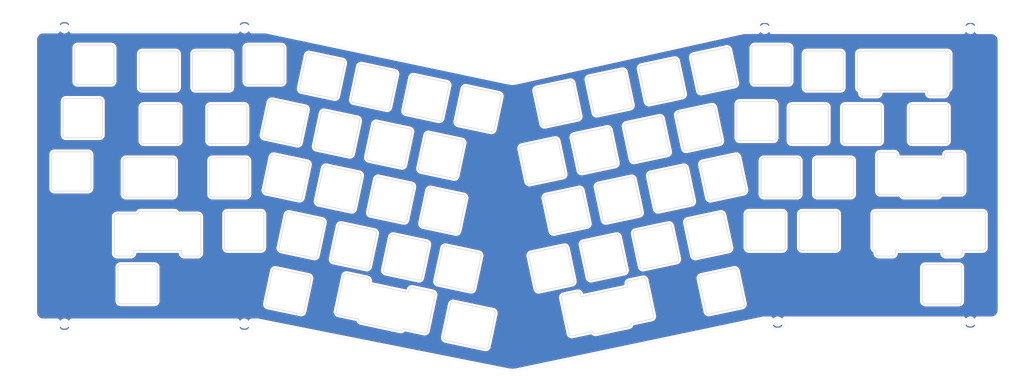
<source format=kicad_pcb>
(kicad_pcb (version 20171130) (host pcbnew "(5.1.12)-1")
  (layers (0 F.Cu signal) (31 B.Cu signal) (34 B.Paste user) (35 F.Paste user) (36 B.SilkS user) (37 F.SilkS user) (38 B.Mask user) (39 F.Mask user) (44 Edge.Cuts user))
  (net 0 "")
  (module custom_parts:elmo (layer B.Cu) (at 207.7339 142.5956 180)
    (fp_text reference G*** hide)
    (fp_text value LOGO hide)
  )
  (module custom_parts:sesame_logo (layer F.Cu) (at 326.5805 166.0525)
    (fp_text reference G*** hide)
    (fp_text value LOGO hide)
    (fp_poly (pts (xy -1.413016 -2.946462) (xy -1.345212 -2.940086) (xy -1.284418 -2.917203) (xy -1.246901 -2.895329) (xy -1.143759 -2.819365) (xy -1.043071 -2.725922) (xy -0.949271 -2.620922) (xy -0.866795 -2.510288) (xy -0.800081 -2.39994) (xy -0.753562 -2.295801) (xy -0.732126 -2.208096) (xy -0.729414 -2.178318) (xy -0.731095 -2.153439) (xy -0.740531 -2.129302) (xy -0.761083 -2.101748) (xy -0.796113 -2.066621) (xy -0.848982 -2.019762) (xy -0.923051 -1.957014) (xy -0.960581 -1.925516) (xy -1.069363 -1.826995) (xy -1.190495 -1.704611) (xy -1.319349 -1.563804) (xy -1.451297 -1.410013) (xy -1.581711 -1.24868) (xy -1.705964 -1.085245) (xy -1.819428 -0.925146) (xy -1.848789 -0.881423) (xy -1.920483 -0.7672) (xy -1.99151 -0.643087) (xy -2.058437 -0.516015) (xy -2.117833 -0.392917) (xy -2.166264 -0.280724) (xy -2.200299 -0.186367) (xy -2.209797 -0.152412) (xy -2.229272 -0.026358) (xy -2.226885 0.095557) (xy -2.209236 0.182034) (xy -2.20471 0.205411) (xy -2.215467 0.21655) (xy -2.249087 0.219941) (xy -2.273598 0.220134) (xy -2.331919 0.213283) (xy -2.400911 0.190971) (xy -2.485438 0.152251) (xy -2.62322 0.065147) (xy -2.744894 -0.048062) (xy -2.844254 -0.181095) (xy -2.881304 -0.248328) (xy -2.910726 -0.311908) (xy -2.927506 -0.362917) (xy -2.934829 -0.416048) (xy -2.93588 -0.485993) (xy -2.935688 -0.499181) (xy -2.922848 -0.637572) (xy -2.889545 -0.795545) (xy -2.837332 -0.966949) (xy -2.779664 -1.117599) (xy -2.749897 -1.189973) (xy -2.732485 -1.237027) (xy -2.726231 -1.26448) (xy -2.729937 -1.278048) (xy -2.742407 -1.28345) (xy -2.74485 -1.283891) (xy -2.786216 -1.279044) (xy -2.84486 -1.25762) (xy -2.911602 -1.224181) (xy -2.977262 -1.183291) (xy -3.029457 -1.142439) (xy -3.089561 -1.078344) (xy -3.156068 -0.991232) (xy -3.223333 -0.889741) (xy -3.285713 -0.782506) (xy -3.337566 -0.678164) (xy -3.346965 -0.656538) (xy -3.408227 -0.488997) (xy -3.459895 -0.303421) (xy -3.497878 -0.115191) (xy -3.506446 -0.057115) (xy -3.514965 0.036448) (xy -3.518945 0.147742) (xy -3.518681 0.268114) (xy -3.514466 0.388908) (xy -3.506597 0.50147) (xy -3.495367 0.597147) (xy -3.481872 0.664451) (xy -3.451585 0.754544) (xy -3.410654 0.850418) (xy -3.364603 0.940647) (xy -3.318959 1.013807) (xy -3.302665 1.035001) (xy -3.257051 1.089639) (xy -2.928159 0.865558) (xy -2.809293 0.784393) (xy -2.676105 0.693154) (xy -2.53914 0.599084) (xy -2.408945 0.509425) (xy -2.296064 0.431419) (xy -2.294467 0.430313) (xy -2.07947 0.284865) (xy -1.873433 0.152387) (xy -1.678754 0.034187) (xy -1.497828 -0.068428) (xy -1.333051 -0.154152) (xy -1.186818 -0.221679) (xy -1.061526 -0.269701) (xy -0.961742 -0.296511) (xy -0.926406 -0.307721) (xy -0.893507 -0.330879) (xy -0.855895 -0.372184) (xy -0.819484 -0.419903) (xy -0.72284 -0.545495) (xy -0.615367 -0.674751) (xy -0.501587 -0.802979) (xy -0.386023 -0.925488) (xy -0.273197 -1.037588) (xy -0.16763 -1.134586) (xy -0.073845 -1.211792) (xy -0.018155 -1.251207) (xy 0.129877 -1.329361) (xy 0.281654 -1.375172) (xy 0.438008 -1.388565) (xy 0.599768 -1.369464) (xy 0.767766 -1.317792) (xy 0.942832 -1.233473) (xy 1.076717 -1.150487) (xy 1.154845 -1.098549) (xy 1.245357 -1.039551) (xy 1.331799 -0.984193) (xy 1.352967 -0.970843) (xy 1.497153 -0.880314) (xy 1.531743 -0.921101) (xy 1.555357 -0.949458) (xy 1.595052 -0.997664) (xy 1.645548 -1.059287) (xy 1.701565 -1.127897) (xy 1.709073 -1.137111) (xy 1.827452 -1.280369) (xy 1.928211 -1.397919) (xy 2.010906 -1.489271) (xy 2.075093 -1.553939) (xy 2.12033 -1.591435) (xy 2.124729 -1.594247) (xy 2.195298 -1.619771) (xy 2.286439 -1.626264) (xy 2.391497 -1.614835) (xy 2.503817 -1.586592) (xy 2.616744 -1.542645) (xy 2.700866 -1.498238) (xy 2.782267 -1.442321) (xy 2.864193 -1.373726) (xy 2.938852 -1.300049) (xy 2.998455 -1.228888) (xy 3.031604 -1.175753) (xy 3.052954 -1.126168) (xy 3.064803 -1.080194) (xy 3.065854 -1.032947) (xy 3.054807 -0.979543) (xy 3.030364 -0.915099) (xy 2.991225 -0.83473) (xy 2.936092 -0.733553) (xy 2.894551 -0.6604) (xy 2.814216 -0.516662) (xy 2.726588 -0.353764) (xy 2.634803 -0.178) (xy 2.541999 0.004336) (xy 2.451311 0.18695) (xy 2.365878 0.363548) (xy 2.288836 0.527835) (xy 2.223323 0.673518) (xy 2.185613 0.762) (xy 2.103264 0.969232) (xy 2.027971 1.17424) (xy 1.962563 1.368859) (xy 1.909871 1.544921) (xy 1.895072 1.600201) (xy 1.876602 1.6879) (xy 1.863324 1.783559) (xy 1.855483 1.879929) (xy 1.853322 1.969759) (xy 1.857088 2.045801) (xy 1.867024 2.100805) (xy 1.87744 2.122503) (xy 1.918735 2.147706) (xy 1.976241 2.145283) (xy 2.048459 2.116474) (xy 2.133889 2.06252) (xy 2.231033 1.984661) (xy 2.33839 1.884139) (xy 2.454463 1.762194) (xy 2.577751 1.620067) (xy 2.706757 1.458998) (xy 2.75402 1.397001) (xy 2.896081 1.203075) (xy 2.973624 1.092201) (xy 4.3688 1.092201) (xy 4.377266 1.100667) (xy 4.385733 1.092201) (xy 4.377266 1.083734) (xy 4.3688 1.092201) (xy 2.973624 1.092201) (xy 3.044184 0.991313) (xy 3.194875 0.767223) (xy 3.344703 0.536315) (xy 3.490213 0.304096) (xy 3.627953 0.076077) (xy 3.75447 -0.142234) (xy 3.866311 -0.345329) (xy 3.958665 -0.524933) (xy 4.052979 -0.711267) (xy 4.137232 -0.866038) (xy 4.21134 -0.989117) (xy 4.27522 -1.080371) (xy 4.328786 -1.139671) (xy 4.36914 -1.165981) (xy 4.429007 -1.181014) (xy 4.491649 -1.182729) (xy 4.566379 -1.17046) (xy 4.656699 -1.145352) (xy 4.825202 -1.080801) (xy 4.975444 -0.995597) (xy 5.118727 -0.883318) (xy 5.120376 -0.881847) (xy 5.165339 -0.834185) (xy 5.208319 -0.776196) (xy 5.243095 -0.717734) (xy 5.263445 -0.668653) (xy 5.266266 -0.650756) (xy 5.257069 -0.621082) (xy 5.232413 -0.572244) (xy 5.196697 -0.512508) (xy 5.175639 -0.480505) (xy 5.125724 -0.403124) (xy 5.064251 -0.301634) (xy 4.994691 -0.182273) (xy 4.920517 -0.051281) (xy 4.845203 0.085105) (xy 4.772221 0.220645) (xy 4.705045 0.349102) (xy 4.647148 0.464236) (xy 4.630052 0.499534) (xy 4.583763 0.597927) (xy 4.538106 0.697949) (xy 4.49515 0.794742) (xy 4.456962 0.883445) (xy 4.425613 0.959198) (xy 4.40317 1.017143) (xy 4.391702 1.05242) (xy 4.391095 1.060874) (xy 4.401762 1.049547) (xy 4.42717 1.014433) (xy 4.463977 0.960381) (xy 4.50884 0.89224) (xy 4.530081 0.859336) (xy 4.618251 0.723067) (xy 4.716584 0.573009) (xy 4.822283 0.413288) (xy 4.932551 0.248032) (xy 5.044593 0.081365) (xy 5.155611 -0.082585) (xy 5.26281 -0.239693) (xy 5.363393 -0.385832) (xy 5.454563 -0.516875) (xy 5.533525 -0.628697) (xy 5.59748 -0.717171) (xy 5.609599 -0.733549) (xy 5.683175 -0.832649) (xy 5.759898 -0.936384) (xy 5.833735 -1.036568) (xy 5.898649 -1.125011) (xy 5.943599 -1.18663) (xy 6.017636 -1.283695) (xy 6.098931 -1.381942) (xy 6.182978 -1.476646) (xy 6.26527 -1.563079) (xy 6.3413 -1.636513) (xy 6.406561 -1.692224) (xy 6.456547 -1.725483) (xy 6.458116 -1.726255) (xy 6.557233 -1.756274) (xy 6.670289 -1.75976) (xy 6.79232 -1.738285) (xy 6.918362 -1.693418) (xy 7.043454 -1.626728) (xy 7.162631 -1.539786) (xy 7.223649 -1.484113) (xy 7.296142 -1.408166) (xy 7.344127 -1.344124) (xy 7.370364 -1.283806) (xy 7.377613 -1.21903) (xy 7.368634 -1.141615) (xy 7.357207 -1.088248) (xy 7.335732 -1.009724) (xy 7.30592 -0.917011) (xy 7.27325 -0.82684) (xy 7.26386 -0.803153) (xy 7.235989 -0.730348) (xy 7.202239 -0.635672) (xy 7.166272 -0.529751) (xy 7.131751 -0.423209) (xy 7.120856 -0.388286) (xy 7.090445 -0.290523) (xy 7.060522 -0.195842) (xy 7.03379 -0.112696) (xy 7.012955 -0.049537) (xy 7.005991 -0.029227) (xy 6.989209 0.023386) (xy 6.980007 0.062015) (xy 6.979936 0.076781) (xy 6.992491 0.067523) (xy 7.019462 0.035892) (xy 7.056234 -0.01247) (xy 7.079719 -0.045228) (xy 7.163195 -0.161812) (xy 7.261735 -0.295827) (xy 7.37121 -0.441934) (xy 7.487494 -0.594794) (xy 7.606457 -0.749071) (xy 7.723973 -0.899426) (xy 7.835912 -1.04052) (xy 7.938149 -1.167016) (xy 8.026554 -1.273576) (xy 8.058879 -1.311464) (xy 8.204161 -1.474465) (xy 8.344972 -1.621883) (xy 8.478685 -1.751325) (xy 8.602671 -1.8604) (xy 8.714303 -1.946717) (xy 8.810954 -2.007883) (xy 8.840159 -2.02263) (xy 8.957917 -2.060731) (xy 9.075544 -2.065065) (xy 9.193906 -2.035612) (xy 9.24148 -2.014451) (xy 9.316516 -1.967122) (xy 9.40119 -1.897907) (xy 9.488304 -1.814305) (xy 9.570658 -1.723816) (xy 9.641051 -1.633937) (xy 9.692284 -1.552167) (xy 9.699701 -1.537227) (xy 9.733044 -1.459375) (xy 9.754267 -1.388964) (xy 9.76264 -1.320475) (xy 9.757435 -1.248391) (xy 9.737923 -1.167193) (xy 9.703374 -1.071365) (xy 9.653059 -0.955389) (xy 9.610895 -0.8652) (xy 9.520236 -0.668445) (xy 9.422431 -0.444958) (xy 9.319575 -0.200243) (xy 9.213764 0.060194) (xy 9.107094 0.33085) (xy 9.001659 0.606218) (xy 8.899555 0.880795) (xy 8.802879 1.149076) (xy 8.713725 1.405555) (xy 8.634188 1.644729) (xy 8.566365 1.861092) (xy 8.542831 1.940548) (xy 8.516946 2.033887) (xy 8.491681 2.132482) (xy 8.46826 2.230632) (xy 8.447909 2.322637) (xy 8.431854 2.402795) (xy 8.421319 2.465403) (xy 8.417531 2.504762) (xy 8.419317 2.515229) (xy 8.434695 2.508884) (xy 8.471221 2.487492) (xy 8.522087 2.45512) (xy 8.542945 2.441331) (xy 8.634952 2.372751) (xy 8.739669 2.282771) (xy 8.850574 2.177865) (xy 8.96114 2.064506) (xy 9.064845 1.94917) (xy 9.155163 1.838329) (xy 9.168765 1.820334) (xy 9.248176 1.710532) (xy 9.337047 1.581791) (xy 9.432671 1.438505) (xy 9.532339 1.28507) (xy 9.633344 1.125878) (xy 9.732978 0.965327) (xy 9.828532 0.807809) (xy 9.917299 0.657719) (xy 9.996571 0.519453) (xy 10.015409 0.485172) (xy 11.470976 0.485172) (xy 11.49362 0.500514) (xy 11.539372 0.502761) (xy 11.600548 0.492914) (xy 11.669462 0.471978) (xy 11.713421 0.453532) (xy 11.809815 0.393966) (xy 11.910876 0.305398) (xy 12.013571 0.191808) (xy 12.11487 0.057176) (xy 12.211742 -0.094519) (xy 12.301157 -0.259298) (xy 12.369649 -0.408128) (xy 12.407966 -0.506381) (xy 12.448263 -0.622703) (xy 12.487635 -0.747426) (xy 12.523179 -0.870882) (xy 12.551991 -0.983403) (xy 12.571168 -1.075321) (xy 12.57256 -1.083733) (xy 12.584748 -1.159933) (xy 12.480693 -1.058333) (xy 12.410599 -0.984697) (xy 12.331781 -0.892923) (xy 12.246342 -0.786231) (xy 12.15639 -0.66784) (xy 12.064031 -0.540968) (xy 11.971369 -0.408836) (xy 11.880511 -0.274661) (xy 11.793563 -0.141664) (xy 11.712631 -0.013063) (xy 11.63982 0.107922) (xy 11.577237 0.218073) (xy 11.526986 0.31417) (xy 11.491175 0.392995) (xy 11.471909 0.451327) (xy 11.470976 0.485172) (xy 10.015409 0.485172) (xy 10.06364 0.397405) (xy 10.115797 0.29597) (xy 10.139963 0.244213) (xy 10.301585 -0.099061) (xy 10.479391 -0.432078) (xy 10.670665 -0.750748) (xy 10.872692 -1.05098) (xy 11.082753 -1.328684) (xy 11.298132 -1.57977) (xy 11.466103 -1.752599) (xy 11.628878 -1.902229) (xy 11.779346 -2.022555) (xy 11.920419 -2.114525) (xy 12.055009 -2.179091) (xy 12.186029 -2.217202) (xy 12.31639 -2.229808) (xy 12.449005 -2.21786) (xy 12.586785 -2.182306) (xy 12.678145 -2.147967) (xy 12.74412 -2.117215) (xy 12.82864 -2.072919) (xy 12.925868 -2.018629) (xy 13.029965 -1.957897) (xy 13.135093 -1.894275) (xy 13.235415 -1.831315) (xy 13.325093 -1.772567) (xy 13.39829 -1.721584) (xy 13.449167 -1.681917) (xy 13.459114 -1.672843) (xy 13.522408 -1.602628) (xy 13.568427 -1.528885) (xy 13.597521 -1.4475) (xy 13.61004 -1.35436) (xy 13.606334 -1.24535) (xy 13.586751 -1.116356) (xy 13.551643 -0.963265) (xy 13.527171 -0.872066) (xy 13.445862 -0.616172) (xy 13.345453 -0.360204) (xy 13.228833 -0.109271) (xy 13.098887 0.131519) (xy 12.958505 0.357055) (xy 12.810572 0.562228) (xy 12.657976 0.741931) (xy 12.5587 0.841682) (xy 12.39618 0.972964) (xy 12.224312 1.072167) (xy 12.044514 1.138977) (xy 11.8582 1.173077) (xy 11.666789 1.174153) (xy 11.471696 1.141887) (xy 11.36019 1.108733) (xy 11.298885 1.087801) (xy 11.249738 1.071422) (xy 11.221754 1.062587) (xy 11.219476 1.061985) (xy 11.204429 1.074996) (xy 11.182221 1.115839) (xy 11.154757 1.179715) (xy 11.123943 1.261825) (xy 11.091687 1.357373) (xy 11.059895 1.461559) (xy 11.05768 1.469245) (xy 10.997313 1.709692) (xy 10.956127 1.941362) (xy 10.935282 2.157133) (xy 10.932919 2.235201) (xy 10.93547 2.353796) (xy 10.947128 2.442864) (xy 10.970103 2.506034) (xy 11.006603 2.546935) (xy 11.058841 2.569198) (xy 11.129025 2.576451) (xy 11.140734 2.576473) (xy 11.243113 2.561761) (xy 11.361976 2.520127) (xy 11.495517 2.453154) (xy 11.641931 2.362423) (xy 11.799409 2.249515) (xy 11.966148 2.116013) (xy 12.14034 1.963499) (xy 12.32018 1.793552) (xy 12.50386 1.607757) (xy 12.689576 1.407693) (xy 12.875522 1.194943) (xy 13.05989 0.971089) (xy 13.240874 0.737711) (xy 13.241709 0.7366) (xy 13.399682 0.519166) (xy 13.538329 0.311821) (xy 13.664814 0.103553) (xy 13.737282 -0.0254) (xy 13.789253 -0.119669) (xy 13.828966 -0.188167) (xy 13.860125 -0.234991) (xy 13.886436 -0.264239) (xy 13.911602 -0.280008) (xy 13.939327 -0.286395) (xy 13.973318 -0.287499) (xy 13.974233 -0.287494) (xy 14.06386 -0.273986) (xy 14.146594 -0.237872) (xy 14.216134 -0.184362) (xy 14.266178 -0.118663) (xy 14.290425 -0.045985) (xy 14.291733 -0.025064) (xy 14.284446 0.025929) (xy 14.263835 0.102046) (xy 14.231778 0.198145) (xy 14.190151 0.309086) (xy 14.140831 0.429728) (xy 14.085693 0.55493) (xy 14.059099 0.612205) (xy 13.900816 0.916588) (xy 13.712987 1.224345) (xy 13.499126 1.531499) (xy 13.262746 1.834073) (xy 13.00736 2.12809) (xy 12.736483 2.409571) (xy 12.453626 2.674541) (xy 12.162305 2.919022) (xy 11.866031 3.139037) (xy 11.768666 3.205004) (xy 11.62505 3.296015) (xy 11.50011 3.364982) (xy 11.387911 3.413125) (xy 11.282517 3.441661) (xy 11.177991 3.451812) (xy 11.068399 3.444797) (xy 10.947804 3.421835) (xy 10.845673 3.394622) (xy 10.693748 3.341291) (xy 10.537435 3.269573) (xy 10.382426 3.183366) (xy 10.234413 3.086562) (xy 10.099088 2.983058) (xy 9.982144 2.876749) (xy 9.889271 2.77153) (xy 9.848521 2.712278) (xy 9.801544 2.620885) (xy 9.757755 2.510332) (xy 9.72266 2.395244) (xy 9.711881 2.349278) (xy 9.706722 2.331647) (xy 9.698431 2.325982) (xy 9.68355 2.335418) (xy 9.658621 2.363093) (xy 9.620185 2.412143) (xy 9.571843 2.476278) (xy 9.471042 2.603018) (xy 9.359734 2.729417) (xy 9.242782 2.850862) (xy 9.125048 2.962737) (xy 9.011395 3.060428) (xy 8.906687 3.13932) (xy 8.815786 3.194798) (xy 8.813409 3.19601) (xy 8.703828 3.23667) (xy 8.573707 3.260931) (xy 8.432425 3.268267) (xy 8.289358 3.258149) (xy 8.162946 3.232619) (xy 8.043528 3.193634) (xy 7.920747 3.143148) (xy 7.800806 3.084636) (xy 7.689906 3.021578) (xy 7.59425 2.95745) (xy 7.520039 2.895731) (xy 7.479612 2.849461) (xy 7.443118 2.79099) (xy 7.418256 2.734657) (xy 7.402246 2.670573) (xy 7.392307 2.588847) (xy 7.387869 2.523067) (xy 7.386402 2.394969) (xy 7.395751 2.251263) (xy 7.416364 2.089525) (xy 7.448688 1.90733) (xy 7.493173 1.702254) (xy 7.550266 1.471875) (xy 7.620416 1.213767) (xy 7.647768 1.117711) (xy 7.71676 0.883475) (xy 7.782117 0.674179) (xy 7.846729 0.481531) (xy 7.913489 0.297242) (xy 7.98529 0.113018) (xy 8.065022 -0.079431) (xy 8.066824 -0.083671) (xy 8.127594 -0.22661) (xy 8.05802 -0.159871) (xy 8.023376 -0.124197) (xy 7.972434 -0.06858) (xy 7.910602 0.000925) (xy 7.843289 0.078265) (xy 7.799216 0.129801) (xy 7.576759 0.408428) (xy 7.356804 0.716208) (xy 7.142085 1.048427) (xy 6.935334 1.400372) (xy 6.739287 1.767329) (xy 6.556675 2.144586) (xy 6.390232 2.52743) (xy 6.348024 2.632142) (xy 6.312081 2.720502) (xy 6.27826 2.799359) (xy 6.249343 2.862538) (xy 6.22811 2.903866) (xy 6.220366 2.915444) (xy 6.172519 2.944943) (xy 6.101835 2.958452) (xy 6.014541 2.957367) (xy 5.916862 2.943082) (xy 5.815026 2.916993) (xy 5.71526 2.880496) (xy 5.623789 2.834985) (xy 5.54684 2.781857) (xy 5.521596 2.758858) (xy 5.477522 2.705204) (xy 5.438697 2.642517) (xy 5.430564 2.625695) (xy 5.414987 2.578809) (xy 5.40598 2.521164) (xy 5.403875 2.450096) (xy 5.409005 2.362944) (xy 5.421701 2.257045) (xy 5.442294 2.129737) (xy 5.471118 1.978358) (xy 5.508502 1.800246) (xy 5.55478 1.592738) (xy 5.56469 1.549401) (xy 5.614016 1.337157) (xy 5.662986 1.13167) (xy 5.710547 0.937103) (xy 5.755648 0.75762) (xy 5.797236 0.597387) (xy 5.834261 0.460567) (xy 5.865671 0.351325) (xy 5.874719 0.321734) (xy 5.924903 0.160867) (xy 5.881893 0.211667) (xy 5.79409 0.319582) (xy 5.700351 0.44324) (xy 5.599085 0.584982) (xy 5.4887 0.747151) (xy 5.367605 0.932091) (xy 5.23421 1.142143) (xy 5.086923 1.37965) (xy 5.071083 1.405467) (xy 4.893365 1.696688) (xy 4.731889 1.964166) (xy 4.584097 2.212324) (xy 4.447427 2.445586) (xy 4.31932 2.668375) (xy 4.197216 2.885116) (xy 4.078553 3.100231) (xy 3.960772 3.318145) (xy 3.921302 3.392102) (xy 3.869534 3.48494) (xy 3.825056 3.551423) (xy 3.782232 3.596502) (xy 3.735429 3.625127) (xy 3.679015 3.642247) (xy 3.627235 3.650487) (xy 3.531999 3.651098) (xy 3.42165 3.633683) (xy 3.303819 3.601279) (xy 3.186133 3.556923) (xy 3.076223 3.503653) (xy 2.981716 3.444506) (xy 2.910243 3.382518) (xy 2.889108 3.356622) (xy 2.859533 3.308602) (xy 2.845471 3.26317) (xy 2.842299 3.203813) (xy 2.84253 3.190298) (xy 2.847084 3.123327) (xy 2.857631 3.030186) (xy 2.873063 2.917819) (xy 2.892274 2.79317) (xy 2.914155 2.663184) (xy 2.9376 2.534804) (xy 2.961501 2.414974) (xy 2.978621 2.336801) (xy 3.027251 2.125134) (xy 2.982592 2.183476) (xy 2.804813 2.405396) (xy 2.628025 2.605883) (xy 2.453891 2.783553) (xy 2.284069 2.937021) (xy 2.12022 3.064903) (xy 1.964004 3.165812) (xy 1.817081 3.238366) (xy 1.681112 3.281179) (xy 1.662038 3.284901) (xy 1.518161 3.294167) (xy 1.368982 3.273993) (xy 1.219705 3.227135) (xy 1.075529 3.15635) (xy 0.941656 3.064394) (xy 0.823287 2.954024) (xy 0.725624 2.827997) (xy 0.691837 2.770697) (xy 0.665962 2.719578) (xy 0.649079 2.675271) (xy 0.638834 2.627257) (xy 0.632874 2.565016) (xy 0.629354 2.491404) (xy 0.631805 2.338987) (xy 0.650286 2.163133) (xy 0.685051 1.962331) (xy 0.736357 1.735067) (xy 0.794321 1.515812) (xy 0.810992 1.45537) (xy 0.818501 1.423042) (xy 0.816828 1.414336) (xy 0.805953 1.424757) (xy 0.793976 1.439612) (xy 0.776265 1.462587) (xy 0.740724 1.509258) (xy 0.689897 1.576266) (xy 0.626324 1.660253) (xy 0.55255 1.757859) (xy 0.471116 1.865727) (xy 0.390415 1.972734) (xy 0.295993 2.097448) (xy 0.199532 2.223857) (xy 0.104992 2.346841) (xy 0.016331 2.461284) (xy -0.062491 2.562066) (xy -0.127515 2.644068) (xy -0.159735 2.683934) (xy -0.252458 2.795007) (xy -0.348003 2.905263) (xy -0.442984 3.01114) (xy -0.534013 3.109072) (xy -0.617703 3.195497) (xy -0.690667 3.266852) (xy -0.749518 3.319572) (xy -0.790868 3.350094) (xy -0.795156 3.352437) (xy -0.896012 3.386383) (xy -1.015469 3.397537) (xy -1.148644 3.387509) (xy -1.290653 3.35791) (xy -1.436613 3.310352) (xy -1.581641 3.246444) (xy -1.720854 3.167797) (xy -1.84937 3.076021) (xy -1.962304 2.972728) (xy -1.969514 2.965092) (xy -2.032987 2.889609) (xy -2.0726 2.819772) (xy -2.093211 2.743281) (xy -2.099677 2.647833) (xy -2.099734 2.63536) (xy -2.090085 2.46673) (xy -2.061834 2.274015) (xy -2.024158 2.098601) (xy -0.841838 2.098601) (xy -0.791963 2.063087) (xy -0.764613 2.039212) (xy -0.71946 1.994851) (xy -0.6612 1.934828) (xy -0.594529 1.863973) (xy -0.533049 1.796954) (xy -0.424286 1.67482) (xy -0.308522 1.540942) (xy -0.187763 1.397924) (xy -0.064016 1.248372) (xy 0.060713 1.094893) (xy 0.184416 0.940092) (xy 0.305089 0.786575) (xy 0.420723 0.636947) (xy 0.529314 0.493815) (xy 0.628854 0.359784) (xy 0.717337 0.23746) (xy 0.792756 0.129449) (xy 0.853106 0.038357) (xy 0.896379 -0.033211) (xy 0.920569 -0.082648) (xy 0.924527 -0.096031) (xy 0.930614 -0.180539) (xy 0.921194 -0.271549) (xy 0.898868 -0.360499) (xy 0.866239 -0.438824) (xy 0.82591 -0.497963) (xy 0.794693 -0.523249) (xy 0.758066 -0.53784) (xy 0.721163 -0.538558) (xy 0.679821 -0.523048) (xy 0.629875 -0.488956) (xy 0.567161 -0.433926) (xy 0.487512 -0.355605) (xy 0.474133 -0.341994) (xy 0.341089 -0.199306) (xy 0.217161 -0.051007) (xy 0.096801 0.110184) (xy -0.02554 0.291548) (xy -0.105864 0.419009) (xy -0.217154 0.606231) (xy -0.32516 0.800669) (xy -0.427918 0.997987) (xy -0.523465 1.193847) (xy -0.609837 1.383912) (xy -0.685071 1.563845) (xy -0.747203 1.72931) (xy -0.79427 1.87597) (xy -0.824309 1.999487) (xy -0.826277 2.010268) (xy -0.841838 2.098601) (xy -2.024158 2.098601) (xy -2.016021 2.060719) (xy -1.953688 1.830345) (xy -1.875875 1.586397) (xy -1.783623 1.332378) (xy -1.677974 1.071791) (xy -1.559968 0.808139) (xy -1.551205 0.789517) (xy -1.515964 0.714444) (xy -1.486646 0.65117) (xy -1.465945 0.605567) (xy -1.456552 0.583509) (xy -1.456267 0.582442) (xy -1.469609 0.58906) (xy -1.506402 0.611256) (xy -1.561796 0.646006) (xy -1.630941 0.690288) (xy -1.672167 0.71702) (xy -1.80899 0.807444) (xy -1.950536 0.903428) (xy -2.093115 1.002279) (xy -2.233038 1.101304) (xy -2.366617 1.19781) (xy -2.490162 1.289104) (xy -2.599985 1.372493) (xy -2.692397 1.445283) (xy -2.76371 1.504782) (xy -2.808842 1.546843) (xy -2.866016 1.606231) (xy -2.743642 1.78698) (xy -2.641549 1.947669) (xy -2.564155 2.093803) (xy -2.509418 2.231605) (xy -2.475293 2.367299) (xy -2.459736 2.507108) (xy -2.46031 2.649728) (xy -2.485899 2.863281) (xy -2.54141 3.070157) (xy -2.627677 3.272075) (xy -2.745534 3.470752) (xy -2.895812 3.667908) (xy -3.020757 3.805945) (xy -3.217972 3.996286) (xy -3.421295 4.165009) (xy -3.627112 4.309667) (xy -3.831812 4.427815) (xy -4.031782 4.517007) (xy -4.111894 4.544742) (xy -4.306364 4.594018) (xy -4.515336 4.625532) (xy -4.727942 4.638527) (xy -4.933312 4.632245) (xy -5.085838 4.612695) (xy -5.207867 4.585821) (xy -5.330372 4.550284) (xy -5.442699 4.509624) (xy -5.534193 4.46738) (xy -5.549979 4.458511) (xy -5.673406 4.367604) (xy -5.772042 4.256157) (xy -5.844515 4.128097) (xy -5.889449 3.987355) (xy -5.905469 3.837857) (xy -5.903391 3.815375) (xy -4.910588 3.815375) (xy -4.900371 3.822361) (xy -4.867839 3.815721) (xy -4.810399 3.794672) (xy -4.732914 3.761725) (xy -4.59799 3.688984) (xy -4.456851 3.588812) (xy -4.313984 3.46591) (xy -4.173874 3.324977) (xy -4.041004 3.170716) (xy -3.919861 3.007827) (xy -3.814928 2.841011) (xy -3.764381 2.746554) (xy -3.723403 2.662722) (xy -3.695619 2.599617) (xy -3.678136 2.548168) (xy -3.66806 2.499299) (xy -3.6625 2.443938) (xy -3.661171 2.422851) (xy -3.659319 2.353604) (xy -3.662349 2.303863) (xy -3.66982 2.280502) (xy -3.670352 2.280118) (xy -3.687163 2.288447) (xy -3.723803 2.318607) (xy -3.777227 2.367457) (xy -3.844389 2.431855) (xy -3.922243 2.508658) (xy -4.007743 2.594726) (xy -4.097844 2.686916) (xy -4.189499 2.782087) (xy -4.279663 2.877097) (xy -4.36529 2.968803) (xy -4.443334 3.054065) (xy -4.51075 3.12974) (xy -4.564491 3.192686) (xy -4.601512 3.239762) (xy -4.603902 3.243089) (xy -4.640511 3.29834) (xy -4.683876 3.369642) (xy -4.730813 3.451051) (xy -4.778138 3.536625) (xy -4.822666 3.620422) (xy -4.861212 3.6965) (xy -4.890593 3.758916) (xy -4.907623 3.801728) (xy -4.910588 3.815375) (xy -5.903391 3.815375) (xy -5.891199 3.683533) (xy -5.860887 3.570143) (xy -5.803713 3.434036) (xy -5.722015 3.283293) (xy -5.619167 3.122476) (xy -5.498542 2.956149) (xy -5.363513 2.788874) (xy -5.217456 2.625215) (xy -5.063743 2.469734) (xy -5.009734 2.41899) (xy -4.797798 2.228661) (xy -4.570995 2.033669) (xy -4.343773 1.846308) (xy -4.235307 1.75995) (xy -4.031988 1.600201) (xy -4.058974 1.557867) (xy -4.078365 1.529575) (xy -4.113642 1.480089) (xy -4.160487 1.415394) (xy -4.21458 1.341477) (xy -4.24008 1.306875) (xy -4.304815 1.219162) (xy -4.372837 1.126874) (xy -4.43681 1.039973) (xy -4.489399 0.968417) (xy -4.497628 0.957201) (xy -4.601055 0.816186) (xy -4.674209 0.944762) (xy -4.869756 1.261874) (xy -5.094343 1.578935) (xy -5.343482 1.891147) (xy -5.612681 2.193715) (xy -5.89745 2.48184) (xy -6.193297 2.750727) (xy -6.495732 2.995578) (xy -6.790267 3.205004) (xy -6.933883 3.296015) (xy -7.058823 3.364982) (xy -7.171022 3.413125) (xy -7.276417 3.441661) (xy -7.380942 3.451812) (xy -7.490534 3.444797) (xy -7.611129 3.421835) (xy -7.71326 3.394622) (xy -7.870788 3.339359) (xy -8.030338 3.265741) (xy -8.186905 3.177407) (xy -8.335484 3.077994) (xy -8.471071 2.97114) (xy -8.58866 2.860484) (xy -8.683247 2.749663) (xy -8.749828 2.642315) (xy -8.750705 2.640506) (xy -8.813096 2.475344) (xy -8.85267 2.287215) (xy -8.869727 2.07791) (xy -8.864564 1.849215) (xy -8.837477 1.602918) (xy -8.788764 1.340808) (xy -8.718724 1.064673) (xy -8.627652 0.7763) (xy -8.518727 0.485172) (xy -7.087957 0.485172) (xy -7.065313 0.500514) (xy -7.019561 0.502761) (xy -6.958386 0.492914) (xy -6.889471 0.471978) (xy -6.845513 0.453532) (xy -6.749118 0.393966) (xy -6.648058 0.305398) (xy -6.545363 0.191808) (xy -6.444064 0.057176) (xy -6.347191 -0.094519) (xy -6.257776 -0.259298) (xy -6.189285 -0.408128) (xy -6.150967 -0.506381) (xy -6.110671 -0.622703) (xy -6.071298 -0.747426) (xy -6.035754 -0.870882) (xy -6.006942 -0.983403) (xy -5.987765 -1.075321) (xy -5.986373 -1.083733) (xy -5.974185 -1.159933) (xy -6.07824 -1.058333) (xy -6.148334 -0.984697) (xy -6.227153 -0.892923) (xy -6.312591 -0.786231) (xy -6.402543 -0.66784) (xy -6.494903 -0.540968) (xy -6.587564 -0.408836) (xy -6.678422 -0.274661) (xy -6.76537 -0.141664) (xy -6.846302 -0.013063) (xy -6.919113 0.107922) (xy -6.981697 0.218073) (xy -7.031947 0.31417) (xy -7.067758 0.392995) (xy -7.087024 0.451327) (xy -7.087957 0.485172) (xy -8.518727 0.485172) (xy -8.515848 0.477479) (xy -8.383608 0.169996) (xy -8.315641 0.0254) (xy -8.114776 -0.365159) (xy -7.902796 -0.727778) (xy -7.68048 -1.061325) (xy -7.448604 -1.364669) (xy -7.207948 -1.636679) (xy -7.09283 -1.752599) (xy -6.930055 -1.902229) (xy -6.779588 -2.022555) (xy -6.638515 -2.114525) (xy -6.503924 -2.179091) (xy -6.372904 -2.217202) (xy -6.242543 -2.229808) (xy -6.109928 -2.21786) (xy -5.972148 -2.182306) (xy -5.880789 -2.147967) (xy -5.814813 -2.117215) (xy -5.730293 -2.072919) (xy -5.633066 -2.018629) (xy -5.528969 -1.957897) (xy -5.42384 -1.894275) (xy -5.323518 -1.831315) (xy -5.23384 -1.772567) (xy -5.160643 -1.721584) (xy -5.109767 -1.681917) (xy -5.099819 -1.672843) (xy -5.036526 -1.602628) (xy -4.990507 -1.528885) (xy -4.961412 -1.4475) (xy -4.948893 -1.35436) (xy -4.9526 -1.24535) (xy -4.972182 -1.116356) (xy -5.007291 -0.963265) (xy -5.031762 -0.872066) (xy -5.113072 -0.616172) (xy -5.21348 -0.360204) (xy -5.330101 -0.109271) (xy -5.460046 0.131519) (xy -5.600429 0.357055) (xy -5.748362 0.562228) (xy -5.900958 0.741931) (xy -6.000233 0.841682) (xy -6.162753 0.972964) (xy -6.334621 1.072167) (xy -6.51442 1.138977) (xy -6.700733 1.173077) (xy -6.892144 1.174153) (xy -7.087237 1.141887) (xy -7.198743 1.108733) (xy -7.260048 1.087801) (xy -7.309195 1.071422) (xy -7.33718 1.062587) (xy -7.339457 1.061985) (xy -7.354504 1.074996) (xy -7.376713 1.115839) (xy -7.404177 1.179715) (xy -7.43499 1.261825) (xy -7.467246 1.357373) (xy -7.499039 1.461559) (xy -7.501253 1.469245) (xy -7.56162 1.709692) (xy -7.602806 1.941362) (xy -7.623651 2.157133) (xy -7.626015 2.235201) (xy -7.623463 2.353796) (xy -7.611805 2.442864) (xy -7.588831 2.506034) (xy -7.55233 2.546935) (xy -7.500092 2.569198) (xy -7.429908 2.576451) (xy -7.418199 2.576473) (xy -7.314803 2.561698) (xy -7.194321 2.519469) (xy -7.058112 2.450734) (xy -6.907536 2.35644) (xy -6.74395 2.237536) (xy -6.568716 2.09497) (xy -6.383192 1.92969) (xy -6.188737 1.742645) (xy -6.112339 1.665602) (xy -5.878688 1.417743) (xy -5.652662 1.159821) (xy -5.438848 0.897612) (xy -5.241834 0.63689) (xy -5.066207 0.383431) (xy -4.957385 0.211667) (xy -4.864955 0.059267) (xy -4.854097 -0.160866) (xy -4.847697 -0.258566) (xy -4.838506 -0.357866) (xy -4.827798 -0.446591) (xy -4.817784 -0.508) (xy -4.752624 -0.755205) (xy -4.657974 -1.000442) (xy -4.537564 -1.235149) (xy -4.425203 -1.409565) (xy -4.348058 -1.508715) (xy -4.251866 -1.618327) (xy -4.145025 -1.729816) (xy -4.035931 -1.834597) (xy -3.932982 -1.924086) (xy -3.886201 -1.960588) (xy -3.787678 -2.027307) (xy -3.698368 -2.07105) (xy -3.606724 -2.095601) (xy -3.5012 -2.104743) (xy -3.445934 -2.104834) (xy -3.252981 -2.085526) (xy -3.051481 -2.034185) (xy -2.842652 -1.95121) (xy -2.629768 -1.838223) (xy -2.56968 -1.804001) (xy -2.519957 -1.778495) (xy -2.488049 -1.7654) (xy -2.481314 -1.764588) (xy -2.466772 -1.779746) (xy -2.437364 -1.818328) (xy -2.396676 -1.87536) (xy -2.348295 -1.94587) (xy -2.318993 -1.989666) (xy -2.221108 -2.13388) (xy -2.130284 -2.259334) (xy -2.039637 -2.374464) (xy -1.942283 -2.487708) (xy -1.831338 -2.6075) (xy -1.72826 -2.713629) (xy -1.4986 -2.946525) (xy -1.413016 -2.946462)) (layer F.Cu) (width 0.01))
    (fp_poly (pts (xy -8.040307 -6.52509) (xy -7.914872 -6.49497) (xy -7.767176 -6.441857) (xy -7.745444 -6.432928) (xy -7.614289 -6.370159) (xy -7.487535 -6.29423) (xy -7.368912 -6.208713) (xy -7.262146 -6.117182) (xy -7.170967 -6.023209) (xy -7.099102 -5.930366) (xy -7.05028 -5.842225) (xy -7.028228 -5.762359) (xy -7.027334 -5.744829) (xy -7.028364 -5.715261) (xy -7.033775 -5.689464) (xy -7.047046 -5.662395) (xy -7.071654 -5.629013) (xy -7.111078 -5.584277) (xy -7.168798 -5.523147) (xy -7.209561 -5.480754) (xy -7.414631 -5.254557) (xy -7.623845 -4.99785) (xy -7.83535 -4.713453) (xy -8.047291 -4.404189) (xy -8.257816 -4.072879) (xy -8.465072 -3.722344) (xy -8.667206 -3.355404) (xy -8.862363 -2.974882) (xy -8.882756 -2.933477) (xy -9.012518 -2.659452) (xy -9.127301 -2.397461) (xy -9.226725 -2.149049) (xy -9.310412 -1.915759) (xy -9.377983 -1.699136) (xy -9.42906 -1.500722) (xy -9.463263 -1.322062) (xy -9.480215 -1.164699) (xy -9.479537 -1.030178) (xy -9.460849 -0.92004) (xy -9.423774 -0.835831) (xy -9.403684 -0.809724) (xy -9.38808 -0.778832) (xy -9.401531 -0.750053) (xy -9.445775 -0.721268) (xy -9.492801 -0.701196) (xy -9.598991 -0.678028) (xy -9.715564 -0.682946) (xy -9.838278 -0.713492) (xy -9.962896 -0.767205) (xy -10.085176 -0.841624) (xy -10.20088 -0.934289) (xy -10.305768 -1.04274) (xy -10.395601 -1.164516) (xy -10.446355 -1.25455) (xy -10.498067 -1.371691) (xy -10.530421 -1.480248) (xy -10.545194 -1.591172) (xy -10.54416 -1.715416) (xy -10.535968 -1.807474) (xy -10.525578 -1.890317) (xy -10.512549 -1.972656) (xy -10.495851 -2.058369) (xy -10.474455 -2.151335) (xy -10.447331 -2.255431) (xy -10.41345 -2.374537) (xy -10.371781 -2.512531) (xy -10.321297 -2.673291) (xy -10.260967 -2.860696) (xy -10.236222 -2.93671) (xy -10.15811 -3.177924) (xy -10.090758 -3.390332) (xy -10.033431 -3.576984) (xy -9.985398 -3.740933) (xy -9.945925 -3.885228) (xy -9.914278 -4.012921) (xy -9.889725 -4.127063) (xy -9.871533 -4.230705) (xy -9.858968 -4.326898) (xy -9.851298 -4.418693) (xy -9.847789 -4.509141) (xy -9.847366 -4.555066) (xy -9.851918 -4.711611) (xy -9.866365 -4.837528) (xy -9.891659 -4.934853) (xy -9.928752 -5.005623) (xy -9.978594 -5.051873) (xy -10.042139 -5.07564) (xy -10.092692 -5.079999) (xy -10.204922 -5.067274) (xy -10.336393 -5.03029) (xy -10.484701 -4.970839) (xy -10.647442 -4.890709) (xy -10.822214 -4.791692) (xy -11.006614 -4.675577) (xy -11.198237 -4.544154) (xy -11.39468 -4.399214) (xy -11.593541 -4.242546) (xy -11.792416 -4.075941) (xy -11.988901 -3.901188) (xy -12.180594 -3.720077) (xy -12.36509 -3.534399) (xy -12.539987 -3.345944) (xy -12.702881 -3.156501) (xy -12.745577 -3.104068) (xy -12.923604 -2.873112) (xy -13.072984 -2.658532) (xy -13.194222 -2.459466) (xy -13.287822 -2.275052) (xy -13.354289 -2.104429) (xy -13.377243 -2.025057) (xy -13.403698 -1.885206) (xy -13.406147 -1.761948) (xy -13.382894 -1.651342) (xy -13.332242 -1.549442) (xy -13.252495 -1.452307) (xy -13.141956 -1.355993) (xy -13.065596 -1.300689) (xy -12.98145 -1.244989) (xy -12.891935 -1.190178) (xy -12.794039 -1.134805) (xy -12.684745 -1.077417) (xy -12.561042 -1.016565) (xy -12.419914 -0.950798) (xy -12.258347 -0.878664) (xy -12.073328 -0.798713) (xy -11.861843 -0.709494) (xy -11.684 -0.635605) (xy -11.392056 -0.510431) (xy -11.130848 -0.388464) (xy -10.897626 -0.26785) (xy -10.68964 -0.146732) (xy -10.50414 -0.023256) (xy -10.338377 0.104436) (xy -10.189599 0.238198) (xy -10.055058 0.379886) (xy -9.932004 0.531355) (xy -9.909321 0.561903) (xy -9.792167 0.743129) (xy -9.702559 0.930924) (xy -9.639093 1.12992) (xy -9.600363 1.344747) (xy -9.584963 1.580036) (xy -9.584561 1.632052) (xy -9.58848 1.782956) (xy -9.600997 1.910882) (xy -9.623911 2.026032) (xy -9.659021 2.138604) (xy -9.686065 2.207657) (xy -9.771291 2.386165) (xy -9.880018 2.567451) (xy -10.014042 2.75396) (xy -10.175161 2.948142) (xy -10.365172 3.152444) (xy -10.421821 3.209818) (xy -10.747439 3.513225) (xy -11.099987 3.799285) (xy -11.476211 4.066004) (xy -11.872856 4.311388) (xy -12.286665 4.533442) (xy -12.714384 4.730174) (xy -13.152756 4.899588) (xy -13.216467 4.921582) (xy -13.585318 5.035579) (xy -13.937712 5.120958) (xy -14.274982 5.177919) (xy -14.59846 5.206663) (xy -14.90948 5.207389) (xy -15.056416 5.197695) (xy -15.207312 5.180141) (xy -15.345529 5.154111) (xy -15.489341 5.115945) (xy -15.536334 5.101574) (xy -15.72652 5.027651) (xy -15.889724 4.933328) (xy -16.026329 4.818156) (xy -16.136718 4.681688) (xy -16.221273 4.523474) (xy -16.280379 4.343068) (xy -16.307352 4.199467) (xy -16.319655 4.004121) (xy -16.306391 3.790556) (xy -16.268734 3.561332) (xy -16.207862 3.319008) (xy -16.124951 3.066142) (xy -16.021177 2.805294) (xy -15.897715 2.539023) (xy -15.755743 2.269888) (xy -15.596436 2.000448) (xy -15.42097 1.733262) (xy -15.230522 1.470889) (xy -15.026268 1.215888) (xy -14.837293 1.000983) (xy -14.77668 0.937922) (xy -14.718735 0.882726) (xy -14.669913 0.841229) (xy -14.636663 0.819263) (xy -14.635932 0.818949) (xy -14.544812 0.79822) (xy -14.452708 0.808288) (xy -14.367731 0.847332) (xy -14.317121 0.890614) (xy -14.289739 0.924628) (xy -14.276399 0.956722) (xy -14.279017 0.991277) (xy -14.299506 1.032674) (xy -14.339778 1.085294) (xy -14.401748 1.153519) (xy -14.456938 1.210734) (xy -14.66583 1.448338) (xy -14.851384 1.708316) (xy -15.011224 1.986441) (xy -15.142976 2.278486) (xy -15.244264 2.580227) (xy -15.260351 2.640178) (xy -15.290679 2.780656) (xy -15.311521 2.925312) (xy -15.322227 3.065359) (xy -15.322149 3.19201) (xy -15.310639 3.296479) (xy -15.309312 3.303101) (xy -15.262503 3.452957) (xy -15.189734 3.582225) (xy -15.0929 3.68902) (xy -14.97389 3.771458) (xy -14.834597 3.827654) (xy -14.76655 3.843738) (xy -14.613308 3.859145) (xy -14.437568 3.852244) (xy -14.241733 3.823678) (xy -14.028207 3.77409) (xy -13.799396 3.704125) (xy -13.557702 3.614424) (xy -13.305531 3.505632) (xy -13.064067 3.388068) (xy -12.734479 3.208076) (xy -12.433407 3.020275) (xy -12.155763 2.821046) (xy -11.896456 2.606769) (xy -11.681707 2.405185) (xy -11.521129 2.239056) (xy -11.387206 2.085339) (xy -11.277043 1.9399) (xy -11.187743 1.798606) (xy -11.116411 1.657326) (xy -11.064231 1.524001) (xy -11.043416 1.43343) (xy -11.033253 1.323022) (xy -11.033588 1.205035) (xy -11.044272 1.091729) (xy -11.06515 0.995364) (xy -11.070999 0.977922) (xy -11.139306 0.83712) (xy -11.240776 0.698108) (xy -11.374728 0.56149) (xy -11.540478 0.427874) (xy -11.737345 0.297863) (xy -11.964646 0.172064) (xy -11.998333 0.155084) (xy -12.095439 0.107414) (xy -12.186762 0.064425) (xy -12.278296 0.023616) (xy -12.376036 -0.017516) (xy -12.485977 -0.061471) (xy -12.614111 -0.110752) (xy -12.766434 -0.167858) (xy -12.818323 -0.187105) (xy -13.123862 -0.303837) (xy -13.397498 -0.416209) (xy -13.640782 -0.525127) (xy -13.855267 -0.631494) (xy -14.042504 -0.736216) (xy -14.204045 -0.840198) (xy -14.341442 -0.944345) (xy -14.456246 -1.049561) (xy -14.55001 -1.156752) (xy -14.598648 -1.225197) (xy -14.685685 -1.389645) (xy -14.744705 -1.571045) (xy -14.775558 -1.767106) (xy -14.778094 -1.975534) (xy -14.752162 -2.194037) (xy -14.697613 -2.420324) (xy -14.680406 -2.47505) (xy -14.642393 -2.577628) (xy -14.589758 -2.701045) (xy -14.526298 -2.837717) (xy -14.455808 -2.980062) (xy -14.382083 -3.120497) (xy -14.308918 -3.251438) (xy -14.240109 -3.365303) (xy -14.217135 -3.400655) (xy -13.956987 -3.761023) (xy -13.667473 -4.104551) (xy -13.348633 -4.431194) (xy -13.000508 -4.740908) (xy -12.884216 -4.835411) (xy -12.586957 -5.056547) (xy -12.286359 -5.250224) (xy -11.984642 -5.415332) (xy -11.684024 -5.550761) (xy -11.386723 -5.655402) (xy -11.102107 -5.726736) (xy -10.946331 -5.75014) (xy -10.775827 -5.76286) (xy -10.601261 -5.764902) (xy -10.4333 -5.756268) (xy -10.282613 -5.736962) (xy -10.230328 -5.726427) (xy -10.029641 -5.663613) (xy -9.840673 -5.570196) (xy -9.66635 -5.448278) (xy -9.509598 -5.299963) (xy -9.373345 -5.127352) (xy -9.352383 -5.095668) (xy -9.319437 -5.046259) (xy -9.293478 -5.010518) (xy -9.279813 -4.995724) (xy -9.279467 -4.99566) (xy -9.268527 -5.009624) (xy -9.24509 -5.047577) (xy -9.212646 -5.103655) (xy -9.176275 -5.169079) (xy -9.117477 -5.273792) (xy -9.046833 -5.394893) (xy -8.967789 -5.526868) (xy -8.883791 -5.664206) (xy -8.798286 -5.801392) (xy -8.714719 -5.932913) (xy -8.636538 -6.053255) (xy -8.567187 -6.156907) (xy -8.510114 -6.238353) (xy -8.495553 -6.258098) (xy -8.440105 -6.329408) (xy -8.385814 -6.394649) (xy -8.338796 -6.446746) (xy -8.305169 -6.478622) (xy -8.304339 -6.479262) (xy -8.23291 -6.51706) (xy -8.14561 -6.532394) (xy -8.040307 -6.52509)) (layer F.Cu) (width 0.01))
  )
  (gr_circle (center 374.516 178.8) (end 375.516 178.8) (layer Edge.Cuts) (width 0.05))
  (gr_circle (center 305.736 178.8) (end 306.736 178.8) (layer Edge.Cuts) (width 0.05))
  (gr_circle (center 115.396 179.562) (end 116.396 179.562) (layer Edge.Cuts) (width 0.05))
  (gr_circle (center 51.188 179.562) (end 52.188 179.562) (layer Edge.Cuts) (width 0.05))
  (gr_line (start 372.016 75.438) (end 303.624 75.438) (layer Edge.Cuts) (width 0.05))
  (gr_arc (start 375.016 73.438) (end 377.016 73.438) (angle -90) (layer Edge.Cuts) (width 0.05))
  (gr_line (start 372.016 75.438) (end 372.016 73.438) (layer Edge.Cuts) (width 0.05))
  (gr_arc (start 374.016 73.438) (end 374.016 71.438) (angle -90) (layer Edge.Cuts) (width 0.05))
  (gr_line (start 377.016 75.438) (end 377.016 73.438) (layer Edge.Cuts) (width 0.05))
  (gr_circle (center 374.516 74.438) (end 375.516 74.438) (layer Edge.Cuts) (width 0.05))
  (gr_line (start 375.016 71.438) (end 374.016 71.438) (layer Edge.Cuts) (width 0.05))
  (gr_line (start 301.624 71.438) (end 300.624 71.438) (layer Edge.Cuts) (width 0.05))
  (gr_arc (start 300.624 73.438) (end 300.624 71.438) (angle -90) (layer Edge.Cuts) (width 0.05))
  (gr_arc (start 301.624 73.438) (end 303.624 73.438) (angle -90) (layer Edge.Cuts) (width 0.05))
  (gr_line (start 298.624 75.438) (end 298.624 73.438) (layer Edge.Cuts) (width 0.05))
  (gr_circle (center 301.124 74.438) (end 302.124 74.438) (layer Edge.Cuts) (width 0.05))
  (gr_line (start 303.624 75.438) (end 303.624 73.438) (layer Edge.Cuts) (width 0.05))
  (gr_line (start 382.016 75.438) (end 377.016 75.438) (layer Edge.Cuts) (width 0.05))
  (gr_line (start 293.624 75.438) (end 298.624 75.438) (layer Edge.Cuts) (width 0.05))
  (gr_line (start 372.016 177.8) (end 308.236 177.8) (layer Edge.Cuts) (width 0.05))
  (gr_arc (start 375.016 179.8) (end 375.016 181.8) (angle -90) (layer Edge.Cuts) (width 0.05))
  (gr_arc (start 374.016 179.8) (end 372.016 179.8) (angle -90) (layer Edge.Cuts) (width 0.05))
  (gr_line (start 372.016 179.8) (end 372.016 177.8) (layer Edge.Cuts) (width 0.05))
  (gr_line (start 375.016 181.8) (end 374.016 181.8) (layer Edge.Cuts) (width 0.05))
  (gr_line (start 377.016 177.8) (end 377.016 179.8) (layer Edge.Cuts) (width 0.05))
  (gr_line (start 382.016 177.8) (end 377.016 177.8) (layer Edge.Cuts) (width 0.05))
  (gr_arc (start 306.236 179.8) (end 306.236 181.8) (angle -90) (layer Edge.Cuts) (width 0.05))
  (gr_arc (start 305.236 179.8) (end 303.236 179.8) (angle -90) (layer Edge.Cuts) (width 0.05))
  (gr_line (start 303.236 179.8) (end 303.236 177.8) (layer Edge.Cuts) (width 0.05))
  (gr_line (start 306.236 181.8) (end 305.236 181.8) (layer Edge.Cuts) (width 0.05))
  (gr_line (start 308.236 177.8) (end 308.236 179.8) (layer Edge.Cuts) (width 0.05))
  (gr_line (start 300.736 177.8) (end 303.236 177.8) (layer Edge.Cuts) (width 0.05))
  (gr_line (start 112.896 178.562) (end 53.688 178.562) (layer Edge.Cuts) (width 0.05))
  (gr_arc (start 115.896 180.562) (end 115.896 182.562) (angle -90) (layer Edge.Cuts) (width 0.05))
  (gr_arc (start 114.896 180.562) (end 112.896 180.562) (angle -90) (layer Edge.Cuts) (width 0.05))
  (gr_line (start 112.896 180.562) (end 112.896 178.562) (layer Edge.Cuts) (width 0.05))
  (gr_line (start 115.896 182.562) (end 114.896 182.562) (layer Edge.Cuts) (width 0.05))
  (gr_line (start 117.896 178.562) (end 117.896 180.562) (layer Edge.Cuts) (width 0.05))
  (gr_line (start 120.396 178.562) (end 117.896 178.562) (layer Edge.Cuts) (width 0.05))
  (gr_arc (start 51.688 180.562) (end 51.688 182.562) (angle -90) (layer Edge.Cuts) (width 0.05))
  (gr_arc (start 50.688 180.562) (end 48.688 180.562) (angle -90) (layer Edge.Cuts) (width 0.05))
  (gr_line (start 50.688 182.562) (end 51.688 182.562) (layer Edge.Cuts) (width 0.05))
  (gr_line (start 53.688 180.562) (end 53.688 178.562) (layer Edge.Cuts) (width 0.05))
  (gr_line (start 48.688 178.562) (end 48.688 180.562) (layer Edge.Cuts) (width 0.05))
  (gr_line (start 43.688 178.562) (end 48.688 178.562) (layer Edge.Cuts) (width 0.05))
  (gr_circle (center 115.436 74.184) (end 116.436 74.184) (layer Edge.Cuts) (width 0.05))
  (gr_line (start 115.936 71.184) (end 114.936 71.184) (layer Edge.Cuts) (width 0.05))
  (gr_line (start 117.936 75.184) (end 117.936 73.184) (layer Edge.Cuts) (width 0.05))
  (gr_line (start 112.936 75.184) (end 112.936 73.184) (layer Edge.Cuts) (width 0.05))
  (gr_arc (start 115.936 73.184) (end 117.936 73.184) (angle -90) (layer Edge.Cuts) (width 0.05))
  (gr_arc (start 114.936 73.184) (end 114.936 71.184) (angle -90) (layer Edge.Cuts) (width 0.05))
  (gr_line (start 53.688 75.184) (end 53.688 73.184) (layer Edge.Cuts) (width 0.05))
  (gr_line (start 48.688 75.184) (end 48.688 73.184) (layer Edge.Cuts) (width 0.05))
  (gr_line (start 50.688 71.184) (end 51.688 71.184) (layer Edge.Cuts) (width 0.05))
  (gr_arc (start 50.688 73.184) (end 50.688 71.184) (angle -90) (layer Edge.Cuts) (width 0.05))
  (gr_arc (start 51.688 73.184) (end 53.688 73.184) (angle -90) (layer Edge.Cuts) (width 0.05))
  (gr_circle (center 51.188 74.184) (end 52.188 74.184) (layer Edge.Cuts) (width 0.05))
  (gr_line (start 112.936 75.184) (end 53.688 75.184) (layer Edge.Cuts) (width 0.05))
  (gr_line (start 122.936 75.184) (end 117.936 75.184) (layer Edge.Cuts) (width 0.05))
  (gr_line (start 43.688 75.184) (end 48.688 75.184) (layer Edge.Cuts) (width 0.05))
  (gr_line (start 148.922968 176.389375) (end 156.192989 177.937372) (layer Edge.Cuts) (width 0.2))
  (gr_line (start 152.050946 161.726341) (end 159.303885 163.2739) (layer Edge.Cuts) (width 0.2))
  (gr_line (start 175.405199 166.690442) (end 182.658137 168.238) (layer Edge.Cuts) (width 0.2))
  (gr_line (start 183.428372 169.424059) (end 180.725521 182.139978) (layer Edge.Cuts) (width 0.2))
  (gr_arc (start 159.095973 164.252048) (end 159.303885 163.2739) (angle 90) (layer Edge.Cuts) (width 0.2))
  (gr_arc (start 182.450225 169.216147) (end 182.658137 168.238) (angle 90) (layer Edge.Cuts) (width 0.2))
  (gr_line (start 179.539461 182.910214) (end 172.264 181.363767) (layer Edge.Cuts) (width 0.2))
  (gr_line (start 171.07794 182.134003) (end 156.963256 179.123286) (layer Edge.Cuts) (width 0.2))
  (gr_line (start 160.074121 164.45996) (end 159.893 165.4556) (layer Edge.Cuts) (width 0.2))
  (gr_arc (start 171.285852 181.155855) (end 172.264 181.363767) (angle 90) (layer Edge.Cuts) (width 0.2))
  (gr_arc (start 179.747373 181.932066) (end 180.725521 182.139978) (angle 90) (layer Edge.Cuts) (width 0.2))
  (gr_line (start 188.9494 172.634632) (end 186.45446 184.372403) (layer Edge.Cuts) (width 0.2))
  (gr_line (start 204.954867 176.027996) (end 202.459927 187.765767) (layer Edge.Cuts) (width 0.2))
  (gr_line (start 187.224696 185.558463) (end 201.273867 188.536003) (layer Edge.Cuts) (width 0.2))
  (gr_line (start 190.13546 171.864396) (end 204.184631 174.841936) (layer Edge.Cuts) (width 0.2))
  (gr_arc (start 189.927548 172.842544) (end 190.13546 171.864396) (angle -90) (layer Edge.Cuts) (width 0.2))
  (gr_arc (start 201.481779 187.557855) (end 201.273867 188.536003) (angle -90) (layer Edge.Cuts) (width 0.2))
  (gr_arc (start 203.976719 175.820084) (end 204.954867 176.027996) (angle -90) (layer Edge.Cuts) (width 0.2))
  (gr_arc (start 187.432608 184.580315) (end 186.45446 184.372403) (angle -90) (layer Edge.Cuts) (width 0.2))
  (gr_line (start 174.0154 168.4528) (end 159.893 165.4556) (layer Edge.Cuts) (width 0.2))
  (gr_arc (start 151.843035 162.704489) (end 150.864887 162.496578) (angle 90) (layer Edge.Cuts) (width 0.2))
  (gr_arc (start 175.197287 167.668589) (end 174.21914 167.460677) (angle 90) (layer Edge.Cuts) (width 0.2))
  (gr_line (start 75.970964 154.4455) (end 75.9714 153.4414) (layer Edge.Cuts) (width 0.2))
  (gr_line (start 251.939279 165.47596) (end 252.1204 166.4716) (layer Edge.Cuts) (width 0.2))
  (gr_arc (start 290.165319 93.756915) (end 290.373231 94.735063) (angle -90) (layer Edge.Cuts) (width 0.2))
  (gr_arc (start 191.031514 146.394008) (end 190.823603 147.372156) (angle -90) (layer Edge.Cuts) (width 0.2))
  (gr_arc (start 273.832608 143.384084) (end 273.624696 142.405936) (angle -90) (layer Edge.Cuts) (width 0.2))
  (gr_arc (start 180.242743 151.305519) (end 181.22089 151.513431) (angle -90) (layer Edge.Cuts) (width 0.2))
  (gr_arc (start 203.611514 110.114008) (end 203.403603 111.092156) (angle -90) (layer Edge.Cuts) (width 0.2))
  (gr_arc (start 172.397803 142.433291) (end 172.189891 143.411438) (angle -90) (layer Edge.Cuts) (width 0.2))
  (gr_arc (start 178.593743 124.269068) (end 177.615596 124.061156) (angle -90) (layer Edge.Cuts) (width 0.2))
  (gr_arc (start 276.327548 155.121855) (end 275.3494 155.329767) (angle -90) (layer Edge.Cuts) (width 0.2))
  (gr_arc (start 288.065319 152.626915) (end 288.273231 153.605063) (angle -90) (layer Edge.Cuts) (width 0.2))
  (gr_arc (start 281.137548 175.111855) (end 280.1594 175.319767) (angle -90) (layer Edge.Cuts) (width 0.2))
  (gr_arc (start 270.572608 105.124084) (end 270.364696 104.145936) (angle -90) (layer Edge.Cuts) (width 0.2))
  (gr_arc (start 278.642608 163.374084) (end 278.434696 162.395936) (angle -90) (layer Edge.Cuts) (width 0.2))
  (gr_arc (start 181.088683 112.531297) (end 181.296595 111.553149) (angle -90) (layer Edge.Cuts) (width 0.2))
  (gr_arc (start 273.067548 116.861855) (end 272.0894 117.069767) (angle -90) (layer Edge.Cuts) (width 0.2))
  (gr_arc (start 287.670379 82.019145) (end 288.648527 81.811233) (angle -90) (layer Edge.Cuts) (width 0.2))
  (gr_arc (start 293.425319 132.016915) (end 293.633231 132.995063) (angle -90) (layer Edge.Cuts) (width 0.2))
  (gr_arc (start 240.727548 182.171855) (end 239.7494 182.379767) (angle -90) (layer Edge.Cuts) (width 0.2))
  (gr_arc (start 179.293743 143.899068) (end 178.315596 143.691156) (angle -90) (layer Edge.Cuts) (width 0.2))
  (gr_arc (start 196.381514 167.004008) (end 196.173603 167.982156) (angle -90) (layer Edge.Cuts) (width 0.2))
  (gr_arc (start 275.932608 84.514085) (end 275.724696 83.535937) (angle -90) (layer Edge.Cuts) (width 0.2))
  (gr_arc (start 278.427548 96.251855) (end 277.4494 96.459767) (angle -90) (layer Edge.Cuts) (width 0.2))
  (gr_arc (start 175.734972 91.920579) (end 175.942883 90.942432) (angle -90) (layer Edge.Cuts) (width 0.2))
  (gr_arc (start 187.472743 94.415519) (end 188.45089 94.623431) (angle -90) (layer Edge.Cuts) (width 0.2))
  (gr_arc (start 184.977803 106.153291) (end 184.769891 107.131438) (angle -90) (layer Edge.Cuts) (width 0.2))
  (gr_arc (start 173.240031 103.65835) (end 172.261884 103.450439) (angle -90) (layer Edge.Cuts) (width 0.2))
  (gr_arc (start 279.192608 122.774084) (end 278.984696 121.795936) (angle -90) (layer Edge.Cuts) (width 0.2))
  (gr_arc (start 162.454972 108.570579) (end 162.662883 107.592432) (angle -90) (layer Edge.Cuts) (width 0.2))
  (gr_arc (start 174.192743 111.065519) (end 175.17089 111.273431) (angle -90) (layer Edge.Cuts) (width 0.2))
  (gr_arc (start 181.788683 132.161297) (end 181.996595 131.183149) (angle -90) (layer Edge.Cuts) (width 0.2))
  (gr_arc (start 290.380379 160.879144) (end 291.358527 160.671232) (angle -90) (layer Edge.Cuts) (width 0.2))
  (gr_arc (start 190.331514 126.764008) (end 190.123603 127.742156) (angle -90) (layer Edge.Cuts) (width 0.2))
  (gr_arc (start 191.873743 107.619068) (end 190.895596 107.411156) (angle -90) (layer Edge.Cuts) (width 0.2))
  (gr_arc (start 171.697803 122.803291) (end 171.489891 123.781438) (angle -90) (layer Edge.Cuts) (width 0.2))
  (gr_arc (start 159.960031 120.30835) (end 158.981884 120.100439) (angle -90) (layer Edge.Cuts) (width 0.2))
  (gr_arc (start 174.892743 130.695519) (end 175.87089 130.903431) (angle -90) (layer Edge.Cuts) (width 0.2))
  (gr_arc (start 168.504972 148.810579) (end 168.712883 147.832432) (angle -90) (layer Edge.Cuts) (width 0.2))
  (gr_arc (start 194.368683 95.881297) (end 194.576595 94.903149) (angle -90) (layer Edge.Cuts) (width 0.2))
  (gr_arc (start 290.930379 120.279144) (end 291.908527 120.071232) (angle -90) (layer Edge.Cuts) (width 0.2))
  (gr_arc (start 192.826455 115.026237) (end 193.804602 115.234149) (angle -90) (layer Edge.Cuts) (width 0.2))
  (gr_arc (start 198.876455 155.266237) (end 199.854602 155.474149) (angle -90) (layer Edge.Cuts) (width 0.2))
  (gr_arc (start 284.805319 114.366915) (end 285.013231 115.345063) (angle -90) (layer Edge.Cuts) (width 0.2))
  (gr_arc (start 206.106455 98.376237) (end 207.084602 98.584149) (angle -90) (layer Edge.Cuts) (width 0.2))
  (gr_arc (start 193.526455 134.656237) (end 194.504602 134.864149) (angle -90) (layer Edge.Cuts) (width 0.2))
  (gr_arc (start 292.875319 172.616915) (end 293.083231 173.595063) (angle -90) (layer Edge.Cuts) (width 0.2))
  (gr_arc (start 184.643743 164.509068) (end 183.665596 164.301156) (angle -90) (layer Edge.Cuts) (width 0.2))
  (gr_arc (start 252.465319 179.676915) (end 252.673231 180.655063) (angle -90) (layer Edge.Cuts) (width 0.2))
  (gr_arc (start 177.747803 163.043291) (end 177.539891 164.021438) (angle -90) (layer Edge.Cuts) (width 0.2))
  (gr_arc (start 281.687548 134.511855) (end 280.7094 134.719767) (angle -90) (layer Edge.Cuts) (width 0.2))
  (gr_arc (start 160.660031 139.93835) (end 159.681884 139.730439) (angle -90) (layer Edge.Cuts) (width 0.2))
  (gr_arc (start 187.138683 152.771297) (end 187.346595 151.793149) (angle -90) (layer Edge.Cuts) (width 0.2))
  (gr_arc (start 257.298896 88.474802) (end 257.090984 87.496654) (angle -90) (layer Edge.Cuts) (width 0.2))
  (gr_arc (start 282.310379 102.629144) (end 283.288527 102.421232) (angle -90) (layer Edge.Cuts) (width 0.2))
  (gr_arc (start 163.154972 128.200579) (end 163.362883 127.222432) (angle -90) (layer Edge.Cuts) (width 0.2))
  (gr_arc (start 285.570379 140.889144) (end 286.548527 140.681232) (angle -90) (layer Edge.Cuts) (width 0.2))
  (gr_arc (start 166.010031 160.54835) (end 165.031884 160.340439) (angle -90) (layer Edge.Cuts) (width 0.2))
  (gr_arc (start 247.537896 122.28835) (end 247.745807 123.266498) (angle -90) (layer Edge.Cuts) (width 0.2))
  (gr_arc (start 234.264184 105.639068) (end 234.472096 106.617216) (angle -90) (layer Edge.Cuts) (width 0.2))
  (gr_arc (start 217.931472 155.266237) (end 217.723561 154.28809) (angle -90) (layer Edge.Cuts) (width 0.2))
  (gr_arc (start 235.800124 124.783291) (end 234.821977 124.991202) (angle -90) (layer Edge.Cuts) (width 0.2))
  (gr_arc (start 228.904184 126.249068) (end 229.112096 127.227216) (angle -90) (layer Edge.Cuts) (width 0.2))
  (gr_arc (start 252.897896 101.67835) (end 253.105807 102.656498) (angle -90) (layer Edge.Cuts) (width 0.2))
  (gr_arc (start 233.305184 113.045519) (end 233.097272 112.067372) (angle -90) (layer Edge.Cuts) (width 0.2))
  (gr_arc (start 222.526413 108.134008) (end 221.548265 108.34192) (angle -90) (layer Edge.Cuts) (width 0.2))
  (gr_arc (start 229.669244 152.771297) (end 230.647391 152.563385) (angle -90) (layer Edge.Cuts) (width 0.2))
  (gr_arc (start 236.565184 151.305519) (end 236.357272 150.327372) (angle -90) (layer Edge.Cuts) (width 0.2))
  (gr_arc (start 220.031472 96.396237) (end 219.823561 95.41809) (angle -90) (layer Edge.Cuts) (width 0.2))
  (gr_arc (start 217.166413 128.744008) (end 216.188265 128.95192) (angle -90) (layer Edge.Cuts) (width 0.2))
  (gr_arc (start 263.053836 138.472573) (end 262.075689 138.680485) (angle -90) (layer Edge.Cuts) (width 0.2))
  (gr_arc (start 238.665184 92.435519) (end 238.457272 91.457372) (angle -90) (layer Edge.Cuts) (width 0.2))
  (gr_arc (start 245.042955 110.550579) (end 246.021103 110.342667) (angle -90) (layer Edge.Cuts) (width 0.2))
  (gr_arc (start 241.925184 130.695519) (end 241.717272 129.717372) (angle -90) (layer Edge.Cuts) (width 0.2))
  (gr_arc (start 244.420124 142.433291) (end 243.441977 142.641202) (angle -90) (layer Edge.Cuts) (width 0.2))
  (gr_arc (start 237.524184 143.899068) (end 237.732096 144.877216) (angle -90) (layer Edge.Cuts) (width 0.2))
  (gr_arc (start 253.662955 128.200579) (end 254.641103 127.992667) (angle -90) (layer Edge.Cuts) (width 0.2))
  (gr_arc (start 248.302955 148.810579) (end 249.281103 148.602667) (angle -90) (layer Edge.Cuts) (width 0.2))
  (gr_arc (start 223.291472 134.656237) (end 223.083561 133.67809) (angle -90) (layer Edge.Cuts) (width 0.2))
  (gr_arc (start 220.426413 167.004008) (end 219.448265 167.21192) (angle -90) (layer Edge.Cuts) (width 0.2))
  (gr_arc (start 235.029244 132.161297) (end 236.007391 131.953385) (angle -90) (layer Edge.Cuts) (width 0.2))
  (gr_arc (start 269.431607 156.587633) (end 269.639519 157.56578) (angle -90) (layer Edge.Cuts) (width 0.2))
  (gr_arc (start 256.157896 139.93835) (end 256.365807 140.916498) (angle -90) (layer Edge.Cuts) (width 0.2))
  (gr_arc (start 257.693836 159.082573) (end 256.715689 159.290485) (angle -90) (layer Edge.Cuts) (width 0.2))
  (gr_arc (start 269.036667 85.979862) (end 270.014815 85.771951) (angle -90) (layer Edge.Cuts) (width 0.2))
  (gr_arc (start 271.531607 97.717633) (end 271.739519 98.69578) (angle -90) (layer Edge.Cuts) (width 0.2))
  (gr_arc (start 259.793836 100.212573) (end 258.815689 100.420485) (angle -90) (layer Edge.Cuts) (width 0.2))
  (gr_arc (start 251.938896 109.084802) (end 251.730984 108.106654) (angle -90) (layer Edge.Cuts) (width 0.2))
  (gr_arc (start 263.676667 106.589861) (end 264.654815 106.38195) (angle -90) (layer Edge.Cuts) (width 0.2))
  (gr_arc (start 266.171607 118.327633) (end 266.379519 119.30578) (angle -90) (layer Edge.Cuts) (width 0.2))
  (gr_arc (start 231.769244 93.901297) (end 232.747391 93.693385) (angle -90) (layer Edge.Cuts) (width 0.2))
  (gr_arc (start 250.797896 160.54835) (end 251.005807 161.526498) (angle -90) (layer Edge.Cuts) (width 0.2))
  (gr_arc (start 214.671472 117.006237) (end 214.463561 116.02809) (angle -90) (layer Edge.Cuts) (width 0.2))
  (gr_arc (start 254.433836 120.822573) (end 253.455689 121.030485) (angle -90) (layer Edge.Cuts) (width 0.2))
  (gr_arc (start 272.296667 124.239861) (end 273.274815 124.03195) (angle -90) (layer Edge.Cuts) (width 0.2))
  (gr_arc (start 241.160124 104.173291) (end 240.181977 104.381202) (angle -90) (layer Edge.Cuts) (width 0.2))
  (gr_arc (start 225.786413 146.394008) (end 224.808265 146.60192) (angle -90) (layer Edge.Cuts) (width 0.2))
  (gr_arc (start 260.558896 126.734802) (end 260.350984 125.756654) (angle -90) (layer Edge.Cuts) (width 0.2))
  (gr_arc (start 255.198896 147.344802) (end 254.990984 146.366654) (angle -90) (layer Edge.Cuts) (width 0.2))
  (gr_arc (start 274.791607 135.977633) (end 274.999519 136.95578) (angle -90) (layer Edge.Cuts) (width 0.2))
  (gr_arc (start 266.936667 144.849861) (end 267.914815 144.64195) (angle -90) (layer Edge.Cuts) (width 0.2))
  (gr_arc (start 226.409244 114.511297) (end 227.387391 114.303385) (angle -90) (layer Edge.Cuts) (width 0.2))
  (gr_arc (start 239.060124 163.043291) (end 238.081977 163.251202) (angle -90) (layer Edge.Cuts) (width 0.2))
  (gr_arc (start 232.164184 164.509068) (end 232.372096 165.487216) (angle -90) (layer Edge.Cuts) (width 0.2))
  (gr_arc (start 250.402955 89.940579) (end 251.381103 89.732667) (angle -90) (layer Edge.Cuts) (width 0.2))
  (gr_arc (start 91.498963 102.3455) (end 92.498963 102.3455) (angle -90) (layer Edge.Cuts) (width 0.2))
  (gr_arc (start 136.925319 103.144084) (end 137.903467 103.351996) (angle -90) (layer Edge.Cuts) (width 0.2))
  (gr_arc (start 128.742608 152.626915) (end 127.76446 152.419003) (angle -90) (layer Edge.Cuts) (width 0.2))
  (gr_arc (start 91.498963 114.3455) (end 91.498964 115.3455) (angle -90) (layer Edge.Cuts) (width 0.2))
  (gr_arc (start 138.165319 163.374084) (end 139.143467 163.581996) (angle -90) (layer Edge.Cuts) (width 0.2))
  (gr_arc (start 89.811464 121.3955) (end 90.811464 121.3955) (angle -90) (layer Edge.Cuts) (width 0.2))
  (gr_arc (start 73.112464 133.395499) (end 72.112463 133.3955) (angle -90) (layer Edge.Cuts) (width 0.2))
  (gr_arc (start 134.430379 114.881855) (end 134.222467 115.860003) (angle -90) (layer Edge.Cuts) (width 0.2))
  (gr_arc (start 125.887548 120.279144) (end 126.09546 119.300996) (angle -90) (layer Edge.Cuts) (width 0.2))
  (gr_arc (start 104.008963 133.3955) (end 103.008963 133.3955) (angle -90) (layer Edge.Cuts) (width 0.2))
  (gr_arc (start 135.972608 95.736915) (end 134.99446 95.529003) (angle -90) (layer Edge.Cuts) (width 0.2))
  (gr_arc (start 135.670379 175.111855) (end 135.462467 176.090003) (angle -90) (layer Edge.Cuts) (width 0.2))
  (gr_arc (start 115.308963 102.3455) (end 116.308964 102.345499) (angle -90) (layer Edge.Cuts) (width 0.2))
  (gr_arc (start 168.839031 90.454802) (end 169.817179 90.662713) (angle -90) (layer Edge.Cuts) (width 0.2))
  (gr_arc (start 103.308963 114.3455) (end 102.308963 114.3455) (angle -90) (layer Edge.Cuts) (width 0.2))
  (gr_arc (start 79.498963 102.345499) (end 79.498963 101.345499) (angle -90) (layer Edge.Cuts) (width 0.2))
  (gr_arc (start 79.498963 114.3455) (end 78.498963 114.3455) (angle -90) (layer Edge.Cuts) (width 0.2))
  (gr_arc (start 154.60632 99.697633) (end 153.628172 99.489721) (angle -90) (layer Edge.Cuts) (width 0.2))
  (gr_arc (start 142.02632 135.977633) (end 141.048172 135.769721) (angle -90) (layer Edge.Cuts) (width 0.2))
  (gr_arc (start 157.10126 87.959861) (end 157.309172 86.981715) (angle -90) (layer Edge.Cuts) (width 0.2))
  (gr_arc (start 166.344091 102.192573) (end 166.136179 103.170721) (angle -90) (layer Edge.Cuts) (width 0.2))
  (gr_arc (start 147.37632 156.587633) (end 146.398172 156.379721) (angle -90) (layer Edge.Cuts) (width 0.2))
  (gr_arc (start 116.008963 133.3955) (end 116.008964 134.3955) (angle -90) (layer Edge.Cuts) (width 0.2))
  (gr_arc (start 142.975319 143.384084) (end 143.953467 143.591996) (angle -90) (layer Edge.Cuts) (width 0.2))
  (gr_arc (start 123.392608 132.016915) (end 122.41446 131.809003) (angle -90) (layer Edge.Cuts) (width 0.2))
  (gr_arc (start 156.259031 126.734802) (end 157.237179 126.942713) (angle -90) (layer Edge.Cuts) (width 0.2))
  (gr_arc (start 153.064091 118.842573) (end 152.856179 119.820721) (angle -90) (layer Edge.Cuts) (width 0.2))
  (gr_arc (start 104.008963 121.3955) (end 104.008963 120.3955) (angle -90) (layer Edge.Cuts) (width 0.2))
  (gr_arc (start 138.467548 83.999145) (end 138.67546 83.020997) (angle -90) (layer Edge.Cuts) (width 0.2))
  (gr_arc (start 123.932608 172.616915) (end 122.95446 172.409003) (angle -90) (layer Edge.Cuts) (width 0.2))
  (gr_arc (start 135.130379 134.511855) (end 134.922467 135.490003) (angle -90) (layer Edge.Cuts) (width 0.2))
  (gr_arc (start 131.237548 140.889144) (end 131.44546 139.910996) (angle -90) (layer Edge.Cuts) (width 0.2))
  (gr_arc (start 149.87126 144.849861) (end 150.079172 143.871714) (angle -90) (layer Edge.Cuts) (width 0.2))
  (gr_arc (start 159.114091 159.082573) (end 158.906179 160.060721) (angle -90) (layer Edge.Cuts) (width 0.2))
  (gr_arc (start 116.588964 93.1555) (end 115.588964 93.1555) (angle -90) (layer Edge.Cuts) (width 0.2))
  (gr_arc (start 116.008964 121.3955) (end 117.008964 121.395499) (angle -90) (layer Edge.Cuts) (width 0.2))
  (gr_arc (start 115.308963 114.3455) (end 115.308964 115.3455) (angle -90) (layer Edge.Cuts) (width 0.2))
  (gr_arc (start 144.52126 124.239861) (end 144.729172 123.261714) (angle -90) (layer Edge.Cuts) (width 0.2))
  (gr_arc (start 78.898963 83.2955) (end 78.898963 82.2955) (angle -90) (layer Edge.Cuts) (width 0.2))
  (gr_arc (start 97.948963 95.2955) (end 96.948963 95.2955) (angle -90) (layer Edge.Cuts) (width 0.2))
  (gr_arc (start 90.898964 83.2955) (end 91.898964 83.2955) (angle -90) (layer Edge.Cuts) (width 0.2))
  (gr_arc (start 90.898964 95.2955) (end 90.898964 96.2955) (angle -90) (layer Edge.Cuts) (width 0.2))
  (gr_arc (start 103.308963 102.3455) (end 103.308963 101.345499) (angle -90) (layer Edge.Cuts) (width 0.2))
  (gr_arc (start 109.948964 95.2955) (end 109.948964 96.2955) (angle -90) (layer Edge.Cuts) (width 0.2))
  (gr_arc (start 153.764091 138.472573) (end 153.556179 139.450721) (angle -90) (layer Edge.Cuts) (width 0.2))
  (gr_arc (start 125.187548 100.649144) (end 125.39546 99.670996) (angle -90) (layer Edge.Cuts) (width 0.2))
  (gr_arc (start 150.205319 86.494085) (end 151.183467 86.701997) (angle -90) (layer Edge.Cuts) (width 0.2))
  (gr_arc (start 141.32632 116.347633) (end 140.348172 116.139721) (angle -90) (layer Edge.Cuts) (width 0.2))
  (gr_arc (start 122.692608 112.386915) (end 121.71446 112.179003) (angle -90) (layer Edge.Cuts) (width 0.2))
  (gr_arc (start 78.898963 95.2955) (end 77.898963 95.2955) (angle -90) (layer Edge.Cuts) (width 0.2))
  (gr_arc (start 97.948963 83.2955) (end 97.948963 82.2955) (angle -90) (layer Edge.Cuts) (width 0.2))
  (gr_arc (start 89.811464 133.395499) (end 89.811464 134.3955) (angle -90) (layer Edge.Cuts) (width 0.2))
  (gr_arc (start 140.480379 155.121855) (end 140.272467 156.100003) (angle -90) (layer Edge.Cuts) (width 0.2))
  (gr_arc (start 143.82126 104.609861) (end 144.029172 103.631714) (angle -90) (layer Edge.Cuts) (width 0.2))
  (gr_arc (start 161.609031 147.344802) (end 162.587179 147.552713) (angle -90) (layer Edge.Cuts) (width 0.2))
  (gr_arc (start 116.588964 81.1555) (end 116.588964 80.1555) (angle -90) (layer Edge.Cuts) (width 0.2))
  (gr_arc (start 109.948964 83.2955) (end 110.948964 83.2955) (angle -90) (layer Edge.Cuts) (width 0.2))
  (gr_arc (start 128.588964 81.155501) (end 129.588964 81.1555) (angle -90) (layer Edge.Cuts) (width 0.2))
  (gr_arc (start 155.559031 107.104802) (end 156.537179 107.312713) (angle -90) (layer Edge.Cuts) (width 0.2))
  (gr_arc (start 128.588964 93.1555) (end 128.588964 94.1555) (angle -90) (layer Edge.Cuts) (width 0.2))
  (gr_arc (start 126.427548 160.879144) (end 126.63546 159.900996) (angle -90) (layer Edge.Cuts) (width 0.2))
  (gr_arc (start 147.710379 98.231855) (end 147.502467 99.210003) (angle -90) (layer Edge.Cuts) (width 0.2))
  (gr_arc (start 137.625319 122.774084) (end 138.603467 122.981996) (angle -90) (layer Edge.Cuts) (width 0.2))
  (gr_arc (start 73.112464 121.3955) (end 73.112464 120.3955) (angle -90) (layer Edge.Cuts) (width 0.2))
  (gr_arc (start 257.808165 164.228489) (end 258.786313 164.020578) (angle -90) (layer Edge.Cuts) (width 0.2))
  (gr_arc (start 336.315964 97.2955) (end 335.315964 97.2955) (angle -90) (layer Edge.Cuts) (width 0.2))
  (gr_arc (start 232.266027 182.948066) (end 231.287879 183.155978) (angle -90) (layer Edge.Cuts) (width 0.2))
  (gr_arc (start 157.171167 178.145139) (end 156.192989 177.937372) (angle -89.99156362) (layer Edge.Cuts) (width 0.2))
  (gr_arc (start 371.246963 132.395499) (end 371.246963 133.395499) (angle -90) (layer Edge.Cuts) (width 0.2))
  (gr_arc (start 360.191964 97.2955) (end 359.191964 97.2955) (angle -90) (layer Edge.Cuts) (width 0.2))
  (gr_arc (start 252.917427 165.268048) (end 252.709515 164.2899) (angle -90) (layer Edge.Cuts) (width 0.2))
  (gr_arc (start 335.228964 95.295499) (end 334.228963 95.2955) (angle -90) (layer Edge.Cuts) (width 0.2))
  (gr_arc (start 366.278964 95.2955) (end 366.278964 96.2955) (angle -90) (layer Edge.Cuts) (width 0.2))
  (gr_arc (start 342.370963 132.395499) (end 341.370963 132.395499) (angle -90) (layer Edge.Cuts) (width 0.2))
  (gr_arc (start 260.511017 176.944408) (end 260.718929 177.922556) (angle -90) (layer Edge.Cuts) (width 0.2))
  (gr_arc (start 371.246963 119.395499) (end 372.246963 119.395499) (angle -90) (layer Edge.Cuts) (width 0.2))
  (gr_arc (start 234.453913 169.192589) (end 235.43206 168.984677) (angle -90) (layer Edge.Cuts) (width 0.2))
  (gr_arc (start 366.246963 119.395499) (end 366.246963 118.395499) (angle -90) (layer Edge.Cuts) (width 0.2))
  (gr_arc (start 229.563175 170.232147) (end 229.355263 169.254) (angle -90) (layer Edge.Cuts) (width 0.2))
  (gr_arc (start 366.278964 83.2955) (end 367.278964 83.2955) (angle -90) (layer Edge.Cuts) (width 0.2))
  (gr_arc (start 347.370963 119.395499) (end 348.370963 119.395499) (angle -90) (layer Edge.Cuts) (width 0.2))
  (gr_arc (start 341.315964 97.2955) (end 341.315964 98.2955) (angle -90) (layer Edge.Cuts) (width 0.2))
  (gr_arc (start 365.191964 97.2955) (end 365.191964 98.2955) (angle -90) (layer Edge.Cuts) (width 0.2))
  (gr_arc (start 335.228964 83.295501) (end 335.228964 82.2955) (angle -90) (layer Edge.Cuts) (width 0.2))
  (gr_arc (start 342.370963 119.395499) (end 342.370963 118.395499) (angle -90) (layer Edge.Cuts) (width 0.2))
  (gr_arc (start 149.13088 175.411227) (end 148.152732 175.203315) (angle -90) (layer Edge.Cuts) (width 0.2))
  (gr_arc (start 378.887714 152.445499) (end 378.887714 153.4455) (angle -90) (layer Edge.Cuts) (width 0.2))
  (gr_arc (start 365.656964 154.4455) (end 364.656964 154.4455) (angle -90) (layer Edge.Cuts) (width 0.2))
  (gr_arc (start 59.648963 119.2555) (end 60.648964 119.2555) (angle -90) (layer Edge.Cuts) (width 0.2))
  (gr_arc (start 98.846964 154.4455) (end 98.846964 155.4455) (angle -90) (layer Edge.Cuts) (width 0.2))
  (gr_arc (start 340.693964 140.445499) (end 340.693964 139.445499) (angle -90) (layer Edge.Cuts) (width 0.2))
  (gr_arc (start 93.846964 154.4455) (end 92.846964 154.4455) (angle -90) (layer Edge.Cuts) (width 0.2))
  (gr_arc (start 59.648963 131.255499) (end 59.648964 132.2555) (angle -90) (layer Edge.Cuts) (width 0.2))
  (gr_arc (start 74.970964 154.4455) (end 74.970964 155.4455) (angle -90) (layer Edge.Cuts) (width 0.2))
  (gr_arc (start 378.887714 140.4455) (end 379.887714 140.4455) (angle -90) (layer Edge.Cuts) (width 0.2))
  (gr_arc (start 69.970964 154.4455) (end 68.970964 154.4455) (angle -90) (layer Edge.Cuts) (width 0.2))
  (gr_arc (start 341.780964 154.4455) (end 340.780964 154.4455) (angle -90) (layer Edge.Cuts) (width 0.2))
  (gr_arc (start 346.780964 154.4455) (end 346.780964 155.4455) (angle -90) (layer Edge.Cuts) (width 0.2))
  (gr_arc (start 90.408964 140.445499) (end 91.408964 140.445499) (angle -90) (layer Edge.Cuts) (width 0.2))
  (gr_arc (start 69.970964 141.4455) (end 69.970964 140.4455) (angle -90) (layer Edge.Cuts) (width 0.2))
  (gr_arc (start 98.846964 141.4455) (end 99.846964 141.4455) (angle -90) (layer Edge.Cuts) (width 0.2))
  (gr_arc (start 47.648964 119.255499) (end 47.648964 118.255499) (angle -90) (layer Edge.Cuts) (width 0.2))
  (gr_arc (start 340.693964 152.4455) (end 339.693964 152.4455) (angle -90) (layer Edge.Cuts) (width 0.2))
  (gr_arc (start 47.648965 131.255499) (end 46.648964 131.2555) (angle -90) (layer Edge.Cuts) (width 0.2))
  (gr_arc (start 370.656964 154.4455) (end 370.656964 155.4455) (angle -90) (layer Edge.Cuts) (width 0.2))
  (gr_arc (start 78.408963 140.445499) (end 78.408964 139.4455) (angle -90) (layer Edge.Cuts) (width 0.2))
  (gr_arc (start 51.718965 100.2055) (end 51.718965 99.2055) (angle -90) (layer Edge.Cuts) (width 0.2))
  (gr_arc (start 67.878964 81.155501) (end 68.878964 81.155501) (angle -90) (layer Edge.Cuts) (width 0.2))
  (gr_arc (start 304.188964 113.2855) (end 304.188964 114.2855) (angle -90) (layer Edge.Cuts) (width 0.2))
  (gr_arc (start 63.718963 100.2055) (end 64.718963 100.2055) (angle -90) (layer Edge.Cuts) (width 0.2))
  (gr_arc (start 63.718964 112.2055) (end 63.718964 113.2055) (angle -90) (layer Edge.Cuts) (width 0.2))
  (gr_arc (start 83.268963 171.495499) (end 83.268964 172.4955) (angle -90) (layer Edge.Cuts) (width 0.2))
  (gr_arc (start 326.498964 152.4455) (end 326.498964 153.4455) (angle -90) (layer Edge.Cuts) (width 0.2))
  (gr_arc (start 341.868964 114.345499) (end 341.868964 115.3455) (angle -90) (layer Edge.Cuts) (width 0.2))
  (gr_arc (start 350.808964 133.395499) (end 349.808964 133.3955) (angle -90) (layer Edge.Cuts) (width 0.2))
  (gr_arc (start 365.688964 114.3455) (end 365.688964 115.3455) (angle -90) (layer Edge.Cuts) (width 0.2))
  (gr_arc (start 307.448964 152.445499) (end 307.448964 153.4455) (angle -90) (layer Edge.Cuts) (width 0.2))
  (gr_arc (start 370.444564 171.543499) (end 370.444564 172.5435) (angle -90) (layer Edge.Cuts) (width 0.2))
  (gr_arc (start 300.808964 121.3955) (end 300.808964 120.3955) (angle -90) (layer Edge.Cuts) (width 0.2))
  (gr_arc (start 304.188964 101.2855) (end 305.188964 101.2855) (angle -90) (layer Edge.Cuts) (width 0.2))
  (gr_arc (start 314.498964 140.4455) (end 314.498964 139.445499) (angle -90) (layer Edge.Cuts) (width 0.2))
  (gr_arc (start 295.448964 140.4455) (end 295.448963 139.445499) (angle -90) (layer Edge.Cuts) (width 0.2))
  (gr_arc (start 109.358964 152.4455) (end 108.358963 152.4455) (angle -90) (layer Edge.Cuts) (width 0.2))
  (gr_arc (start 314.498964 152.445499) (end 313.498964 152.4455) (angle -90) (layer Edge.Cuts) (width 0.2))
  (gr_arc (start 51.718964 112.2055) (end 50.718965 112.2055) (angle -90) (layer Edge.Cuts) (width 0.2))
  (gr_arc (start 331.858964 121.3955) (end 332.858964 121.395499) (angle -90) (layer Edge.Cuts) (width 0.2))
  (gr_arc (start 310.818964 102.345499) (end 310.818964 101.345499) (angle -90) (layer Edge.Cuts) (width 0.2))
  (gr_arc (start 365.688964 102.345499) (end 366.688964 102.345499) (angle -90) (layer Edge.Cuts) (width 0.2))
  (gr_arc (start 326.498964 140.445499) (end 327.498964 140.445499) (angle -90) (layer Edge.Cuts) (width 0.2))
  (gr_arc (start 67.878964 93.1555) (end 67.878964 94.1555) (angle -90) (layer Edge.Cuts) (width 0.2))
  (gr_arc (start 370.444564 159.5435) (end 371.444564 159.5435) (angle -90) (layer Edge.Cuts) (width 0.2))
  (gr_arc (start 319.858963 121.3955) (end 319.858963 120.395499) (angle -90) (layer Edge.Cuts) (width 0.2))
  (gr_arc (start 109.358963 140.4455) (end 109.358963 139.4455) (angle -90) (layer Edge.Cuts) (width 0.2))
  (gr_arc (start 316.178963 95.295499) (end 315.178963 95.2955) (angle -90) (layer Edge.Cuts) (width 0.2))
  (gr_arc (start 309.548964 93.155499) (end 309.548964 94.1555) (angle -90) (layer Edge.Cuts) (width 0.2))
  (gr_arc (start 331.858964 133.395499) (end 331.858964 134.3955) (angle -90) (layer Edge.Cuts) (width 0.2))
  (gr_arc (start 121.358964 140.445499) (end 122.358964 140.445499) (angle -90) (layer Edge.Cuts) (width 0.2))
  (gr_arc (start 312.808964 121.3955) (end 313.808964 121.395499) (angle -90) (layer Edge.Cuts) (width 0.2))
  (gr_arc (start 341.868964 102.3455) (end 342.868964 102.345499) (angle -90) (layer Edge.Cuts) (width 0.2))
  (gr_arc (start 312.808964 133.395499) (end 312.808964 134.3955) (angle -90) (layer Edge.Cuts) (width 0.2))
  (gr_arc (start 292.188964 113.285499) (end 291.188963 113.2855) (angle -90) (layer Edge.Cuts) (width 0.2))
  (gr_arc (start 316.178963 83.295501) (end 316.178963 82.2955) (angle -90) (layer Edge.Cuts) (width 0.2))
  (gr_arc (start 329.868964 114.3455) (end 328.868964 114.3455) (angle -90) (layer Edge.Cuts) (width 0.2))
  (gr_arc (start 353.688964 114.345499) (end 352.688963 114.3455) (angle -90) (layer Edge.Cuts) (width 0.2))
  (gr_arc (start 55.878964 81.155501) (end 55.878964 80.155501) (angle -90) (layer Edge.Cuts) (width 0.2))
  (gr_arc (start 55.878964 93.1555) (end 54.878964 93.1555) (angle -90) (layer Edge.Cuts) (width 0.2))
  (gr_arc (start 358.444564 159.5435) (end 358.444564 158.543499) (angle -90) (layer Edge.Cuts) (width 0.2))
  (gr_arc (start 71.268964 171.495499) (end 70.268963 171.4955) (angle -90) (layer Edge.Cuts) (width 0.2))
  (gr_arc (start 307.448964 140.4455) (end 308.448964 140.4455) (angle -90) (layer Edge.Cuts) (width 0.2))
  (gr_arc (start 328.178964 83.2955) (end 329.178964 83.2955) (angle -90) (layer Edge.Cuts) (width 0.2))
  (gr_arc (start 358.444564 171.543499) (end 357.444563 171.5435) (angle -90) (layer Edge.Cuts) (width 0.2))
  (gr_arc (start 362.808964 133.3955) (end 362.808964 134.3955) (angle -90) (layer Edge.Cuts) (width 0.2))
  (gr_arc (start 295.448964 152.445499) (end 294.448963 152.4455) (angle -90) (layer Edge.Cuts) (width 0.2))
  (gr_arc (start 322.818964 102.3455) (end 323.818964 102.345499) (angle -90) (layer Edge.Cuts) (width 0.2))
  (gr_arc (start 310.818964 114.3455) (end 309.818964 114.3455) (angle -90) (layer Edge.Cuts) (width 0.2))
  (gr_arc (start 300.808964 133.3955) (end 299.808964 133.3955) (angle -90) (layer Edge.Cuts) (width 0.2))
  (gr_arc (start 297.548964 93.155499) (end 296.548964 93.1555) (angle -90) (layer Edge.Cuts) (width 0.2))
  (gr_arc (start 329.868964 102.345499) (end 329.868964 101.345499) (angle -90) (layer Edge.Cuts) (width 0.2))
  (gr_arc (start 353.688964 102.3455) (end 353.688964 101.345499) (angle -90) (layer Edge.Cuts) (width 0.2))
  (gr_arc (start 121.358963 152.4455) (end 121.358964 153.4455) (angle -90) (layer Edge.Cuts) (width 0.2))
  (gr_arc (start 292.188964 101.2855) (end 292.188963 100.285499) (angle -90) (layer Edge.Cuts) (width 0.2))
  (gr_arc (start 297.548964 81.155501) (end 297.548964 80.1555) (angle -90) (layer Edge.Cuts) (width 0.2))
  (gr_arc (start 309.548964 81.155501) (end 310.548964 81.1555) (angle -90) (layer Edge.Cuts) (width 0.2))
  (gr_arc (start 322.818964 114.345499) (end 322.818964 115.3455) (angle -90) (layer Edge.Cuts) (width 0.2))
  (gr_arc (start 328.178964 95.2955) (end 328.178963 96.2955) (angle -90) (layer Edge.Cuts) (width 0.2))
  (gr_arc (start 71.268963 159.495499) (end 71.268963 158.4955) (angle -90) (layer Edge.Cuts) (width 0.2))
  (gr_arc (start 319.858963 133.395499) (end 318.858963 133.3955) (angle -90) (layer Edge.Cuts) (width 0.2))
  (gr_arc (start 83.268964 159.4955) (end 84.268964 159.4955) (angle -90) (layer Edge.Cuts) (width 0.2))
  (gr_line (start 336.315964 98.2955) (end 341.315964 98.2955) (layer Edge.Cuts) (width 0.2))
  (gr_line (start 257.600253 163.250342) (end 252.709515 164.2899) (layer Edge.Cuts) (width 0.2))
  (gr_line (start 360.191964 98.2955) (end 365.191964 98.2955) (layer Edge.Cuts) (width 0.2))
  (gr_line (start 335.315964 96.2955) (end 335.315964 97.2955) (layer Edge.Cuts) (width 0.2))
  (gr_line (start 366.191964 97.2955) (end 366.191964 96.2955) (layer Edge.Cuts) (width 0.2))
  (gr_line (start 234.246001 168.214441) (end 229.355263 169.254) (layer Edge.Cuts) (width 0.2))
  (gr_line (start 92.837 153.4414) (end 92.846964 154.4455) (layer Edge.Cuts) (width 0.2))
  (gr_line (start 77.408964 140.445498) (end 69.970964 140.4455) (layer Edge.Cuts) (width 0.2))
  (gr_line (start 69.970964 155.4455) (end 74.970964 155.4455) (layer Edge.Cuts) (width 0.2))
  (gr_line (start 342.315964 97.2955) (end 342.315964 96.2955) (layer Edge.Cuts) (width 0.2))
  (gr_line (start 335.228964 96.2955) (end 335.315964 96.2955) (layer Edge.Cuts) (width 0.2))
  (gr_line (start 334.228964 83.2955) (end 334.228964 95.2955) (layer Edge.Cuts) (width 0.2))
  (gr_line (start 335.228964 82.2955) (end 366.278964 82.2955) (layer Edge.Cuts) (width 0.2))
  (gr_line (start 367.278964 83.2955) (end 367.278964 95.2955) (layer Edge.Cuts) (width 0.2))
  (gr_line (start 228.585027 170.440059) (end 231.287879 183.155978) (layer Edge.Cuts) (width 0.2))
  (gr_line (start 366.191964 96.2955) (end 366.278964 96.2955) (layer Edge.Cuts) (width 0.2))
  (gr_line (start 348.3864 120.3955) (end 348.370963 119.395499) (layer Edge.Cuts) (width 0.2))
  (gr_line (start 253.443467 179.469003) (end 260.718929 177.922556) (layer Edge.Cuts) (width 0.2))
  (gr_line (start 93.846964 155.4455) (end 98.846964 155.4455) (layer Edge.Cuts) (width 0.2))
  (gr_line (start 342.370963 133.395499) (end 349.808964 133.3955) (layer Edge.Cuts) (width 0.2))
  (gr_line (start 235.6358 169.9768) (end 235.43206 168.984677) (layer Edge.Cuts) (width 0.2))
  (gr_line (start 341.370963 119.395499) (end 341.370963 132.395499) (layer Edge.Cuts) (width 0.2))
  (gr_line (start 261.489165 176.736497) (end 258.786313 164.020578) (layer Edge.Cuts) (width 0.2))
  (gr_line (start 347.370963 118.395499) (end 342.370963 118.395499) (layer Edge.Cuts) (width 0.2))
  (gr_line (start 68.970964 141.4455) (end 68.970964 154.4455) (layer Edge.Cuts) (width 0.2))
  (gr_line (start 232.473939 183.926214) (end 239.7494 182.379767) (layer Edge.Cuts) (width 0.2))
  (gr_line (start 340.693964 139.4455) (end 362.218964 139.4455) (layer Edge.Cuts) (width 0.2))
  (gr_line (start 364.6551 153.4455) (end 364.656964 154.4455) (layer Edge.Cuts) (width 0.2))
  (gr_line (start 64.718964 100.2055) (end 64.718964 112.2055) (layer Edge.Cuts) (width 0.2))
  (gr_line (start 46.648964 119.2555) (end 46.648964 131.2555) (layer Edge.Cuts) (width 0.2))
  (gr_line (start 340.780964 153.4455) (end 340.780964 154.4455) (layer Edge.Cuts) (width 0.2))
  (gr_line (start 340.693964 153.4455) (end 340.780964 153.4455) (layer Edge.Cuts) (width 0.2))
  (gr_line (start 47.648964 118.2555) (end 59.648964 118.2555) (layer Edge.Cuts) (width 0.2))
  (gr_line (start 51.718965 113.2055) (end 63.718963 113.2055) (layer Edge.Cuts) (width 0.2))
  (gr_line (start 371.656964 154.4455) (end 371.656964 153.4455) (layer Edge.Cuts) (width 0.2))
  (gr_line (start 78.408964 139.4455) (end 90.408963 139.4455) (layer Edge.Cuts) (width 0.2))
  (gr_line (start 54.878964 81.155501) (end 54.878964 93.1555) (layer Edge.Cuts) (width 0.2))
  (gr_line (start 347.780964 153.4455) (end 364.6551 153.4455) (layer Edge.Cuts) (width 0.2))
  (gr_line (start 84.268964 159.4955) (end 84.268964 171.4955) (layer Edge.Cuts) (width 0.2))
  (gr_line (start 371.444564 159.5435) (end 371.444564 171.5435) (layer Edge.Cuts) (width 0.2))
  (gr_line (start 341.780964 155.4455) (end 346.780964 155.4455) (layer Edge.Cuts) (width 0.2))
  (gr_line (start 55.878964 94.1555) (end 67.878964 94.1555) (layer Edge.Cuts) (width 0.2))
  (gr_line (start 71.268964 158.4955) (end 83.268964 158.4955) (layer Edge.Cuts) (width 0.2))
  (gr_line (start 68.878964 81.155501) (end 68.878964 93.1555) (layer Edge.Cuts) (width 0.2))
  (gr_line (start 313.498964 140.4455) (end 313.498964 152.4455) (layer Edge.Cuts) (width 0.2))
  (gr_line (start 314.498964 139.4455) (end 326.498964 139.4455) (layer Edge.Cuts) (width 0.2))
  (gr_line (start 347.780964 154.4455) (end 347.780964 153.4455) (layer Edge.Cuts) (width 0.2))
  (gr_line (start 362.218964 139.4455) (end 378.887714 139.4455) (layer Edge.Cuts) (width 0.2))
  (gr_line (start 55.878964 80.155501) (end 67.878964 80.155501) (layer Edge.Cuts) (width 0.2))
  (gr_line (start 75.9714 153.4414) (end 92.837 153.4414) (layer Edge.Cuts) (width 0.2))
  (gr_line (start 379.887714 140.4455) (end 379.887714 152.4455) (layer Edge.Cuts) (width 0.2))
  (gr_line (start 314.498964 153.4455) (end 326.498964 153.4455) (layer Edge.Cuts) (width 0.2))
  (gr_line (start 365.656964 155.4455) (end 370.656964 155.4455) (layer Edge.Cuts) (width 0.2))
  (gr_line (start 60.648964 119.2555) (end 60.648964 131.2555) (layer Edge.Cuts) (width 0.2))
  (gr_line (start 51.718965 99.2055) (end 63.718963 99.2055) (layer Edge.Cuts) (width 0.2))
  (gr_line (start 358.444564 158.5435) (end 370.444564 158.5435) (layer Edge.Cuts) (width 0.2))
  (gr_line (start 327.498964 140.4455) (end 327.498964 152.4455) (layer Edge.Cuts) (width 0.2))
  (gr_line (start 71.268964 172.4955) (end 83.268964 172.4955) (layer Edge.Cuts) (width 0.2))
  (gr_line (start 98.846964 140.4455) (end 91.408964 140.445499) (layer Edge.Cuts) (width 0.2))
  (gr_line (start 99.846964 154.4455) (end 99.846964 141.4455) (layer Edge.Cuts) (width 0.2))
  (gr_line (start 70.268964 159.4955) (end 70.268964 171.4955) (layer Edge.Cuts) (width 0.2))
  (gr_line (start 371.656964 153.4455) (end 378.887714 153.4455) (layer Edge.Cuts) (width 0.2))
  (gr_line (start 47.648964 132.2555) (end 59.648964 132.2555) (layer Edge.Cuts) (width 0.2))
  (gr_line (start 50.718964 100.2055) (end 50.718965 112.2055) (layer Edge.Cuts) (width 0.2))
  (gr_line (start 339.693964 140.4455) (end 339.693964 152.4455) (layer Edge.Cuts) (width 0.2))
  (gr_line (start 109.358963 139.4455) (end 121.358964 139.4455) (layer Edge.Cuts) (width 0.2))
  (gr_line (start 78.898963 96.2955) (end 90.898964 96.2955) (layer Edge.Cuts) (width 0.2))
  (gr_line (start 295.448963 139.445499) (end 307.448964 139.4455) (layer Edge.Cuts) (width 0.2))
  (gr_line (start 305.188964 101.2855) (end 305.188964 113.2855) (layer Edge.Cuts) (width 0.2))
  (gr_line (start 319.858963 134.3955) (end 331.858964 134.3955) (layer Edge.Cuts) (width 0.2))
  (gr_line (start 308.448964 140.4455) (end 308.448965 152.445499) (layer Edge.Cuts) (width 0.2))
  (gr_line (start 310.818964 101.345499) (end 322.818964 101.345499) (layer Edge.Cuts) (width 0.2))
  (gr_line (start 316.178963 96.2955) (end 328.178964 96.2955) (layer Edge.Cuts) (width 0.2))
  (gr_line (start 295.448965 153.4455) (end 307.448964 153.4455) (layer Edge.Cuts) (width 0.2))
  (gr_line (start 329.868964 115.3455) (end 341.868964 115.3455) (layer Edge.Cuts) (width 0.2))
  (gr_line (start 310.548963 81.1555) (end 310.548963 93.1555) (layer Edge.Cuts) (width 0.2))
  (gr_line (start 296.548964 81.1555) (end 296.548964 93.1555) (layer Edge.Cuts) (width 0.2))
  (gr_line (start 78.898963 82.2955) (end 90.898964 82.2955) (layer Edge.Cuts) (width 0.2))
  (gr_line (start 366.688964 102.3455) (end 366.688964 114.3455) (layer Edge.Cuts) (width 0.2))
  (gr_line (start 316.178963 82.295501) (end 328.178964 82.295501) (layer Edge.Cuts) (width 0.2))
  (gr_line (start 297.548964 94.1555) (end 309.548964 94.1555) (layer Edge.Cuts) (width 0.2))
  (gr_line (start 122.358964 140.4455) (end 122.358964 152.4455) (layer Edge.Cuts) (width 0.2))
  (gr_line (start 319.858963 120.3955) (end 331.858964 120.3955) (layer Edge.Cuts) (width 0.2))
  (gr_line (start 109.358963 153.4455) (end 121.358964 153.4455) (layer Edge.Cuts) (width 0.2))
  (gr_line (start 358.444564 172.5435) (end 370.444564 172.5435) (layer Edge.Cuts) (width 0.2))
  (gr_line (start 292.188965 114.2855) (end 304.188964 114.2855) (layer Edge.Cuts) (width 0.2))
  (gr_line (start 348.3864 120.3955) (end 365.252 120.3955) (layer Edge.Cuts) (width 0.2))
  (gr_line (start 292.188963 100.285499) (end 304.188964 100.2855) (layer Edge.Cuts) (width 0.2))
  (gr_line (start 342.868964 102.3455) (end 342.868964 114.3455) (layer Edge.Cuts) (width 0.2))
  (gr_line (start 357.444564 159.5435) (end 357.444564 171.5435) (layer Edge.Cuts) (width 0.2))
  (gr_line (start 332.858964 121.3955) (end 332.858964 133.3955) (layer Edge.Cuts) (width 0.2))
  (gr_line (start 318.858963 121.3955) (end 318.858963 133.3955) (layer Edge.Cuts) (width 0.2))
  (gr_line (start 294.448963 140.445501) (end 294.448963 152.4455) (layer Edge.Cuts) (width 0.2))
  (gr_line (start 328.868964 102.3455) (end 328.868964 114.3455) (layer Edge.Cuts) (width 0.2))
  (gr_line (start 108.358963 140.4455) (end 108.358963 152.4455) (layer Edge.Cuts) (width 0.2))
  (gr_line (start 310.818964 115.3455) (end 322.818964 115.3455) (layer Edge.Cuts) (width 0.2))
  (gr_line (start 352.688964 102.3455) (end 352.688964 114.3455) (layer Edge.Cuts) (width 0.2))
  (gr_line (start 300.808964 134.3955) (end 312.808964 134.3955) (layer Edge.Cuts) (width 0.2))
  (gr_line (start 297.548964 80.1555) (end 309.548964 80.1555) (layer Edge.Cuts) (width 0.2))
  (gr_line (start 291.188963 101.285501) (end 291.188963 113.2855) (layer Edge.Cuts) (width 0.2))
  (gr_line (start 299.808964 121.3955) (end 299.808964 133.3955) (layer Edge.Cuts) (width 0.2))
  (gr_line (start 300.808964 120.3955) (end 312.808964 120.3955) (layer Edge.Cuts) (width 0.2))
  (gr_line (start 329.178964 83.295501) (end 329.178964 95.2955) (layer Edge.Cuts) (width 0.2))
  (gr_line (start 350.808964 134.3955) (end 362.808964 134.3955) (layer Edge.Cuts) (width 0.2))
  (gr_line (start 323.818964 102.3455) (end 323.818964 114.3455) (layer Edge.Cuts) (width 0.2))
  (gr_line (start 91.898964 83.2955) (end 91.898964 95.2955) (layer Edge.Cuts) (width 0.2))
  (gr_line (start 309.818964 102.3455) (end 309.818964 114.3455) (layer Edge.Cuts) (width 0.2))
  (gr_line (start 353.688964 115.3455) (end 365.688964 115.3455) (layer Edge.Cuts) (width 0.2))
  (gr_line (start 315.178963 83.295501) (end 315.178963 95.2955) (layer Edge.Cuts) (width 0.2))
  (gr_line (start 313.808964 121.3955) (end 313.808964 133.3955) (layer Edge.Cuts) (width 0.2))
  (gr_line (start 329.868964 101.345499) (end 341.868964 101.345499) (layer Edge.Cuts) (width 0.2))
  (gr_line (start 353.688964 101.345499) (end 365.688964 101.345499) (layer Edge.Cuts) (width 0.2))
  (gr_line (start 97.948963 96.2955) (end 109.948964 96.2955) (layer Edge.Cuts) (width 0.2))
  (gr_line (start 129.588964 81.1555) (end 129.588964 93.1555) (layer Edge.Cuts) (width 0.2))
  (gr_line (start 115.588964 81.1555) (end 115.588964 93.1555) (layer Edge.Cuts) (width 0.2))
  (gr_line (start 124.9094 120.071232) (end 122.41446 131.809003) (layer Edge.Cuts) (width 0.2))
  (gr_line (start 128.534696 153.605063) (end 140.272467 156.100003) (layer Edge.Cuts) (width 0.2))
  (gr_line (start 78.498963 102.3455) (end 78.498963 114.3455) (layer Edge.Cuts) (width 0.2))
  (gr_line (start 123.724696 173.595063) (end 135.462467 176.090003) (layer Edge.Cuts) (width 0.2))
  (gr_line (start 116.308964 102.3455) (end 116.308964 114.3455) (layer Edge.Cuts) (width 0.2))
  (gr_line (start 90.811464 121.3955) (end 90.811464 133.3955) (layer Edge.Cuts) (width 0.2))
  (gr_line (start 73.112465 134.3955) (end 89.811464 134.3955) (layer Edge.Cuts) (width 0.2))
  (gr_line (start 125.4494 160.671232) (end 122.95446 172.409003) (layer Edge.Cuts) (width 0.2))
  (gr_line (start 104.008963 120.3955) (end 116.008964 120.3955) (layer Edge.Cuts) (width 0.2))
  (gr_line (start 104.008963 134.3955) (end 116.008964 134.3955) (layer Edge.Cuts) (width 0.2))
  (gr_line (start 139.143467 163.581996) (end 136.648527 175.319767) (layer Edge.Cuts) (width 0.2))
  (gr_line (start 77.898963 83.2955) (end 77.898963 95.2955) (layer Edge.Cuts) (width 0.2))
  (gr_line (start 97.948963 82.2955) (end 109.948964 82.2955) (layer Edge.Cuts) (width 0.2))
  (gr_line (start 102.308963 102.3455) (end 102.308963 114.3455) (layer Edge.Cuts) (width 0.2))
  (gr_line (start 125.39546 99.670996) (end 137.133231 102.165936) (layer Edge.Cuts) (width 0.2))
  (gr_line (start 92.498963 102.3455) (end 92.498963 114.3455) (layer Edge.Cuts) (width 0.2))
  (gr_line (start 124.2094 100.441232) (end 121.71446 112.179003) (layer Edge.Cuts) (width 0.2))
  (gr_line (start 110.948964 83.2955) (end 110.948964 95.2955) (layer Edge.Cuts) (width 0.2))
  (gr_line (start 96.948963 83.2955) (end 96.948963 95.2955) (layer Edge.Cuts) (width 0.2))
  (gr_line (start 79.498963 101.345499) (end 91.498963 101.345499) (layer Edge.Cuts) (width 0.2))
  (gr_line (start 137.4894 83.791233) (end 134.99446 95.529003) (layer Edge.Cuts) (width 0.2))
  (gr_line (start 137.903467 103.351996) (end 135.408527 115.089767) (layer Edge.Cuts) (width 0.2))
  (gr_line (start 157.309172 86.981715) (end 169.046943 89.476654) (layer Edge.Cuts) (width 0.2))
  (gr_line (start 126.63546 159.900996) (end 138.373231 162.395936) (layer Edge.Cuts) (width 0.2))
  (gr_line (start 116.588964 80.1555) (end 128.588964 80.1555) (layer Edge.Cuts) (width 0.2))
  (gr_line (start 103.008963 121.3955) (end 103.008963 133.3955) (layer Edge.Cuts) (width 0.2))
  (gr_line (start 151.183467 86.701997) (end 148.688527 98.439767) (layer Edge.Cuts) (width 0.2))
  (gr_line (start 138.67546 83.020997) (end 150.413231 85.515937) (layer Edge.Cuts) (width 0.2))
  (gr_line (start 122.484696 113.365063) (end 134.222467 115.860003) (layer Edge.Cuts) (width 0.2))
  (gr_line (start 72.112464 121.3955) (end 72.112464 133.3955) (layer Edge.Cuts) (width 0.2))
  (gr_line (start 116.588964 94.1555) (end 128.588964 94.1555) (layer Edge.Cuts) (width 0.2))
  (gr_line (start 138.603467 122.981996) (end 136.108527 134.719767) (layer Edge.Cuts) (width 0.2))
  (gr_line (start 103.308963 101.345499) (end 115.308963 101.345499) (layer Edge.Cuts) (width 0.2))
  (gr_line (start 143.953467 143.591996) (end 141.458527 155.329767) (layer Edge.Cuts) (width 0.2))
  (gr_line (start 123.184696 132.995063) (end 134.922467 135.490003) (layer Edge.Cuts) (width 0.2))
  (gr_line (start 103.308963 115.3455) (end 115.308963 115.3455) (layer Edge.Cuts) (width 0.2))
  (gr_line (start 73.112464 120.3955) (end 89.811464 120.3955) (layer Edge.Cuts) (width 0.2))
  (gr_line (start 79.498963 115.3455) (end 91.498963 115.3455) (layer Edge.Cuts) (width 0.2))
  (gr_line (start 135.764696 96.715063) (end 147.502467 99.210003) (layer Edge.Cuts) (width 0.2))
  (gr_line (start 130.2594 140.681232) (end 127.76446 152.419003) (layer Edge.Cuts) (width 0.2))
  (gr_line (start 117.008964 121.3955) (end 117.008964 133.3955) (layer Edge.Cuts) (width 0.2))
  (gr_line (start 131.44546 139.910996) (end 143.183231 142.405936) (layer Edge.Cuts) (width 0.2))
  (gr_line (start 126.09546 119.300996) (end 137.833231 121.795936) (layer Edge.Cuts) (width 0.2))
  (gr_line (start 281.34546 176.090003) (end 293.083231 173.595063) (layer Edge.Cuts) (width 0.2))
  (gr_line (start 277.66446 163.581996) (end 280.1594 175.319767) (layer Edge.Cuts) (width 0.2))
  (gr_line (start 286.548527 140.681232) (end 289.043467 152.419003) (layer Edge.Cuts) (width 0.2))
  (gr_line (start 278.434696 162.395936) (end 290.172467 159.900996) (layer Edge.Cuts) (width 0.2))
  (gr_line (start 276.53546 156.100003) (end 288.273231 153.605063) (layer Edge.Cuts) (width 0.2))
  (gr_line (start 186.160536 152.563385) (end 183.665596 164.301156) (layer Edge.Cuts) (width 0.2))
  (gr_line (start 291.358527 160.671232) (end 293.853467 172.409003) (layer Edge.Cuts) (width 0.2))
  (gr_line (start 235.6358 169.9768) (end 252.1204 166.4716) (layer Edge.Cuts) (width 0.2))
  (gr_line (start 273.624696 142.405936) (end 285.362467 139.910996) (layer Edge.Cuts) (width 0.2))
  (gr_line (start 283.288527 102.421232) (end 285.783467 114.159003) (layer Edge.Cuts) (width 0.2))
  (gr_line (start 180.810536 131.953385) (end 178.315596 143.691156) (layer Edge.Cuts) (width 0.2))
  (gr_line (start 187.346595 151.793149) (end 199.084366 154.28809) (layer Edge.Cuts) (width 0.2))
  (gr_line (start 273.27546 117.840003) (end 285.013231 115.345063) (layer Edge.Cuts) (width 0.2))
  (gr_line (start 274.95446 84.721997) (end 277.4494 96.459767) (layer Edge.Cuts) (width 0.2))
  (gr_line (start 281.89546 135.490003) (end 293.633231 132.995063) (layer Edge.Cuts) (width 0.2))
  (gr_line (start 278.63546 97.230003) (end 290.373231 94.735063) (layer Edge.Cuts) (width 0.2))
  (gr_line (start 278.984696 121.795936) (end 290.722467 119.300996) (layer Edge.Cuts) (width 0.2))
  (gr_line (start 278.21446 122.981996) (end 280.7094 134.719767) (layer Edge.Cuts) (width 0.2))
  (gr_line (start 275.724696 83.535937) (end 287.462467 81.040997) (layer Edge.Cuts) (width 0.2))
  (gr_line (start 269.59446 105.331996) (end 272.0894 117.069767) (layer Edge.Cuts) (width 0.2))
  (gr_line (start 291.908527 120.071232) (end 294.403467 131.809003) (layer Edge.Cuts) (width 0.2))
  (gr_line (start 194.576595 94.903149) (end 206.314366 97.39809) (layer Edge.Cuts) (width 0.2))
  (gr_line (start 207.084602 98.584149) (end 204.589662 110.32192) (layer Edge.Cuts) (width 0.2))
  (gr_line (start 191.665831 108.597216) (end 203.403603 111.092156) (layer Edge.Cuts) (width 0.2))
  (gr_line (start 193.804602 115.234149) (end 191.309662 126.97192) (layer Edge.Cuts) (width 0.2))
  (gr_line (start 180.110536 112.323385) (end 177.615596 124.061156) (layer Edge.Cuts) (width 0.2))
  (gr_line (start 193.390536 95.673385) (end 190.895596 107.411156) (layer Edge.Cuts) (width 0.2))
  (gr_line (start 181.296595 111.553149) (end 193.034366 114.04809) (layer Edge.Cuts) (width 0.2))
  (gr_line (start 199.854602 155.474149) (end 197.359662 167.21192) (layer Edge.Cuts) (width 0.2))
  (gr_line (start 272.85446 143.591996) (end 275.3494 155.329767) (layer Edge.Cuts) (width 0.2))
  (gr_line (start 288.648527 81.811233) (end 291.143467 93.549003) (layer Edge.Cuts) (width 0.2))
  (gr_line (start 178.385831 125.247216) (end 190.123603 127.742156) (layer Edge.Cuts) (width 0.2))
  (gr_line (start 181.996595 131.183149) (end 193.734366 133.67809) (layer Edge.Cuts) (width 0.2))
  (gr_line (start 194.504602 134.864149) (end 192.009662 146.60192) (layer Edge.Cuts) (width 0.2))
  (gr_line (start 179.085831 144.877216) (end 190.823603 147.372156) (layer Edge.Cuts) (width 0.2))
  (gr_line (start 270.364696 104.145936) (end 282.102467 101.650996) (layer Edge.Cuts) (width 0.2))
  (gr_line (start 184.435831 165.487216) (end 196.173603 167.982156) (layer Edge.Cuts) (width 0.2))
  (gr_line (start 217.374324 129.722156) (end 229.112096 127.227216) (layer Edge.Cuts) (width 0.2))
  (gr_line (start 251.381103 89.732667) (end 253.876043 101.470439) (layer Edge.Cuts) (width 0.2))
  (gr_line (start 225.994324 147.372156) (end 237.732096 144.877216) (layer Edge.Cuts) (width 0.2))
  (gr_line (start 236.007391 131.953385) (end 238.502331 143.691156) (layer Edge.Cuts) (width 0.2))
  (gr_line (start 251.730984 108.106654) (end 263.468755 105.611714) (layer Edge.Cuts) (width 0.2))
  (gr_line (start 259.580748 126.942713) (end 262.075689 138.680485) (layer Edge.Cuts) (width 0.2))
  (gr_line (start 222.313325 134.864149) (end 224.808265 146.60192) (layer Edge.Cuts) (width 0.2))
  (gr_line (start 236.008036 125.761438) (end 247.745807 123.266498) (layer Edge.Cuts) (width 0.2))
  (gr_line (start 257.901748 160.060721) (end 269.639519 157.56578) (layer Edge.Cuts) (width 0.2))
  (gr_line (start 241.717272 129.717372) (end 253.455044 127.222432) (layer Edge.Cuts) (width 0.2))
  (gr_line (start 219.823561 95.41809) (end 231.561332 92.923149) (layer Edge.Cuts) (width 0.2))
  (gr_line (start 223.083561 133.67809) (end 234.821332 131.183149) (layer Edge.Cuts) (width 0.2))
  (gr_line (start 233.097272 112.067372) (end 244.835044 109.572432) (layer Edge.Cuts) (width 0.2))
  (gr_line (start 246.021103 110.342667) (end 248.516043 122.080439) (layer Edge.Cuts) (width 0.2))
  (gr_line (start 232.327037 113.253431) (end 234.821977 124.991202) (layer Edge.Cuts) (width 0.2))
  (gr_line (start 217.723561 154.28809) (end 229.461332 151.793149) (layer Edge.Cuts) (width 0.2))
  (gr_line (start 230.647391 152.563385) (end 233.142331 164.301156) (layer Edge.Cuts) (width 0.2))
  (gr_line (start 239.268036 164.021438) (end 251.005807 161.526498) (layer Edge.Cuts) (width 0.2))
  (gr_line (start 240.947037 130.903431) (end 243.441977 142.641202) (layer Edge.Cuts) (width 0.2))
  (gr_line (start 270.014815 85.771951) (end 272.509755 97.509721) (layer Edge.Cuts) (width 0.2))
  (gr_line (start 214.463561 116.02809) (end 226.201332 113.533149) (layer Edge.Cuts) (width 0.2))
  (gr_line (start 254.990984 146.366654) (end 266.728755 143.871714) (layer Edge.Cuts) (width 0.2))
  (gr_line (start 237.687037 92.643431) (end 240.181977 104.381202) (layer Edge.Cuts) (width 0.2))
  (gr_line (start 267.914815 144.64195) (end 270.409755 156.379721) (layer Edge.Cuts) (width 0.2))
  (gr_line (start 232.747391 93.693385) (end 235.242331 105.431156) (layer Edge.Cuts) (width 0.2))
  (gr_line (start 240.93546 183.150003) (end 252.673231 180.655063) (layer Edge.Cuts) (width 0.2))
  (gr_line (start 249.281103 148.602667) (end 251.776043 160.340439) (layer Edge.Cuts) (width 0.2))
  (gr_line (start 257.090984 87.496654) (end 268.828755 85.001715) (layer Edge.Cuts) (width 0.2))
  (gr_line (start 260.001748 101.190721) (end 271.739519 98.69578) (layer Edge.Cuts) (width 0.2))
  (gr_line (start 264.654815 106.38195) (end 267.149755 118.119721) (layer Edge.Cuts) (width 0.2))
  (gr_line (start 235.587037 151.513431) (end 238.081977 163.251202) (layer Edge.Cuts) (width 0.2))
  (gr_line (start 227.387391 114.303385) (end 229.882331 126.041156) (layer Edge.Cuts) (width 0.2))
  (gr_line (start 216.953325 155.474149) (end 219.448265 167.21192) (layer Edge.Cuts) (width 0.2))
  (gr_line (start 220.634324 167.982156) (end 232.372096 165.487216) (layer Edge.Cuts) (width 0.2))
  (gr_line (start 236.357272 150.327372) (end 248.095044 147.832432) (layer Edge.Cuts) (width 0.2))
  (gr_line (start 260.350984 125.756654) (end 272.088755 123.261714) (layer Edge.Cuts) (width 0.2))
  (gr_line (start 256.320748 88.682713) (end 258.815689 100.420485) (layer Edge.Cuts) (width 0.2))
  (gr_line (start 254.641748 121.800721) (end 266.379519 119.30578) (layer Edge.Cuts) (width 0.2))
  (gr_line (start 254.220748 147.552713) (end 256.715689 159.290485) (layer Edge.Cuts) (width 0.2))
  (gr_line (start 254.641103 127.992667) (end 257.136043 139.730439) (layer Edge.Cuts) (width 0.2))
  (gr_line (start 222.734324 109.112156) (end 234.472096 106.617216) (layer Edge.Cuts) (width 0.2))
  (gr_line (start 250.960748 109.292713) (end 253.455689 121.030485) (layer Edge.Cuts) (width 0.2))
  (gr_line (start 219.053325 96.604149) (end 221.548265 108.34192) (layer Edge.Cuts) (width 0.2))
  (gr_line (start 244.628036 143.411438) (end 256.365807 140.916498) (layer Edge.Cuts) (width 0.2))
  (gr_line (start 213.693325 117.214149) (end 216.188265 128.95192) (layer Edge.Cuts) (width 0.2))
  (gr_line (start 273.274815 124.03195) (end 275.769755 135.769721) (layer Edge.Cuts) (width 0.2))
  (gr_line (start 263.261748 139.450721) (end 274.999519 136.95578) (layer Edge.Cuts) (width 0.2))
  (gr_line (start 241.368036 105.151438) (end 253.105807 102.656498) (layer Edge.Cuts) (width 0.2))
  (gr_line (start 238.457272 91.457372) (end 250.195044 88.962432) (layer Edge.Cuts) (width 0.2))
  (gr_line (start 142.843112 104.40195) (end 140.348172 116.139721) (layer Edge.Cuts) (width 0.2))
  (gr_line (start 175.87089 130.903431) (end 173.37595 142.641202) (layer Edge.Cuts) (width 0.2))
  (gr_line (start 144.729172 123.261714) (end 156.466943 125.756654) (layer Edge.Cuts) (width 0.2))
  (gr_line (start 162.587179 147.552713) (end 160.092238 159.290485) (layer Edge.Cuts) (width 0.2))
  (gr_line (start 168.712883 147.832432) (end 180.450655 150.327372) (layer Edge.Cuts) (width 0.2))
  (gr_line (start 175.942883 90.942432) (end 187.680655 93.437372) (layer Edge.Cuts) (width 0.2))
  (gr_line (start 162.176824 127.992667) (end 159.681884 139.730439) (layer Edge.Cuts) (width 0.2))
  (gr_line (start 181.22089 151.513431) (end 178.72595 163.251202) (layer Edge.Cuts) (width 0.2))
  (gr_line (start 173.03212 104.636498) (end 184.769891 107.131438) (layer Edge.Cuts) (width 0.2))
  (gr_line (start 161.476824 108.362667) (end 158.981884 120.100439) (layer Edge.Cuts) (width 0.2))
  (gr_line (start 143.543112 124.03195) (end 141.048172 135.769721) (layer Edge.Cuts) (width 0.2))
  (gr_line (start 188.45089 94.623431) (end 185.95595 106.361202) (layer Edge.Cuts) (width 0.2))
  (gr_line (start 162.662883 107.592432) (end 174.400655 110.087372) (layer Edge.Cuts) (width 0.2))
  (gr_line (start 169.817179 90.662713) (end 167.322238 102.400485) (layer Edge.Cuts) (width 0.2))
  (gr_line (start 154.398408 100.67578) (end 166.136179 103.170721) (layer Edge.Cuts) (width 0.2))
  (gr_line (start 175.17089 111.273431) (end 172.67595 123.011202) (layer Edge.Cuts) (width 0.2))
  (gr_line (start 156.123112 87.75195) (end 153.628172 99.489721) (layer Edge.Cuts) (width 0.2))
  (gr_line (start 156.537179 107.312713) (end 154.042238 119.050485) (layer Edge.Cuts) (width 0.2))
  (gr_line (start 165.80212 161.526498) (end 177.539891 164.021438) (layer Edge.Cuts) (width 0.2))
  (gr_line (start 141.118408 117.32578) (end 152.856179 119.820721) (layer Edge.Cuts) (width 0.2))
  (gr_line (start 159.75212 121.286498) (end 171.489891 123.781438) (layer Edge.Cuts) (width 0.2))
  (gr_line (start 141.818408 136.95578) (end 153.556179 139.450721) (layer Edge.Cuts) (width 0.2))
  (gr_line (start 148.893112 144.64195) (end 146.398172 156.379721) (layer Edge.Cuts) (width 0.2))
  (gr_line (start 167.526824 148.602667) (end 165.031884 160.340439) (layer Edge.Cuts) (width 0.2))
  (gr_line (start 150.079172 143.871714) (end 161.816943 146.366654) (layer Edge.Cuts) (width 0.2))
  (gr_line (start 144.029172 103.631714) (end 155.766943 106.126654) (layer Edge.Cuts) (width 0.2))
  (gr_line (start 163.362883 127.222432) (end 175.100655 129.717372) (layer Edge.Cuts) (width 0.2))
  (gr_line (start 157.237179 126.942713) (end 154.742238 138.680485) (layer Edge.Cuts) (width 0.2))
  (gr_line (start 147.168408 157.56578) (end 158.906179 160.060721) (layer Edge.Cuts) (width 0.2))
  (gr_line (start 160.45212 140.916498) (end 172.189891 143.411438) (layer Edge.Cuts) (width 0.2))
  (gr_line (start 174.756824 91.712667) (end 172.261884 103.450439) (layer Edge.Cuts) (width 0.2))
  (gr_line (start 150.864887 162.496578) (end 148.152732 175.203315) (layer Edge.Cuts) (width 0.2))
  (gr_line (start 371.246963 118.395499) (end 366.246963 118.395499) (layer Edge.Cuts) (width 0.2))
  (gr_line (start 174.21914 167.460677) (end 174.0154 168.4528) (layer Edge.Cuts) (width 0.2))
  (gr_line (start 365.246963 119.395499) (end 365.252 120.3955) (layer Edge.Cuts) (width 0.2))
  (gr_line (start 363.808964 133.3955) (end 371.246963 133.395499) (layer Edge.Cuts) (width 0.2))
  (gr_line (start 359.191964 96.2955) (end 359.191964 97.2955) (layer Edge.Cuts) (width 0.2))
  (gr_line (start 342.315964 96.2955) (end 359.191964 96.2955) (layer Edge.Cuts) (width 0.2))
  (gr_line (start 372.246963 132.395499) (end 372.246963 119.395499) (layer Edge.Cuts) (width 0.2))
  (gr_arc (start 211.073999 86.868001) (end 209.804 93.472) (angle -19.97580398) (layer Edge.Cuts) (width 0.05))
  (gr_arc (start 43.688 175.514) (end 40.64 175.514) (angle -90) (layer Edge.Cuts) (width 0.05))
  (gr_arc (start 211.074 189.738) (end 209.804001 196.341999) (angle -19.97580398) (layer Edge.Cuts) (width 0.05))
  (gr_arc (start 382.016 174.752) (end 382.016 177.8) (angle -90) (layer Edge.Cuts) (width 0.05))
  (gr_arc (start 382.016 78.486) (end 385.064 78.486) (angle -90) (layer Edge.Cuts) (width 0.05))
  (gr_arc (start 43.688 78.232) (end 43.688 75.184) (angle -90) (layer Edge.Cuts) (width 0.05))
  (gr_line (start 122.936 75.184) (end 209.804 93.472) (layer Edge.Cuts) (width 0.05))
  (gr_line (start 40.64 175.514) (end 40.64 78.232) (layer Edge.Cuts) (width 0.05))
  (gr_line (start 209.804001 196.341999) (end 120.396 178.562) (layer Edge.Cuts) (width 0.05))
  (gr_line (start 300.736 177.8) (end 212.136488 196.378544) (layer Edge.Cuts) (width 0.05))
  (gr_line (start 385.064 78.486) (end 385.064 174.752) (layer Edge.Cuts) (width 0.05))
  (gr_line (start 212.136487 93.508545) (end 293.624 75.438) (layer Edge.Cuts) (width 0.05))
  (zone (net 0) (net_name "") (layer F.Cu) (connect_pads (clearance 0.8)) (min_thickness 0.254) (fill yes (arc_segments 32) (thermal_gap 0.508) (thermal_bridge_width 0.508))
    (polygon (pts (xy 393.688 65.562) (xy 393.188 200.062) (xy 28.188 199.062) (xy 30.688 64.562) (xy 30.688 64.062)))
  )
  (zone (net 0) (net_name "") (layer B.Cu) (connect_pads (clearance 0.8)) (min_thickness 0.254) (fill yes (arc_segments 32) (thermal_gap 0.508) (thermal_bridge_width 0.508))
    (polygon (pts (xy 393.688 65.562) (xy 392.688 200.062) (xy 28.188 199.062) (xy 30.188 64.562) (xy 30.688 64.562)))
  )
)
</source>
